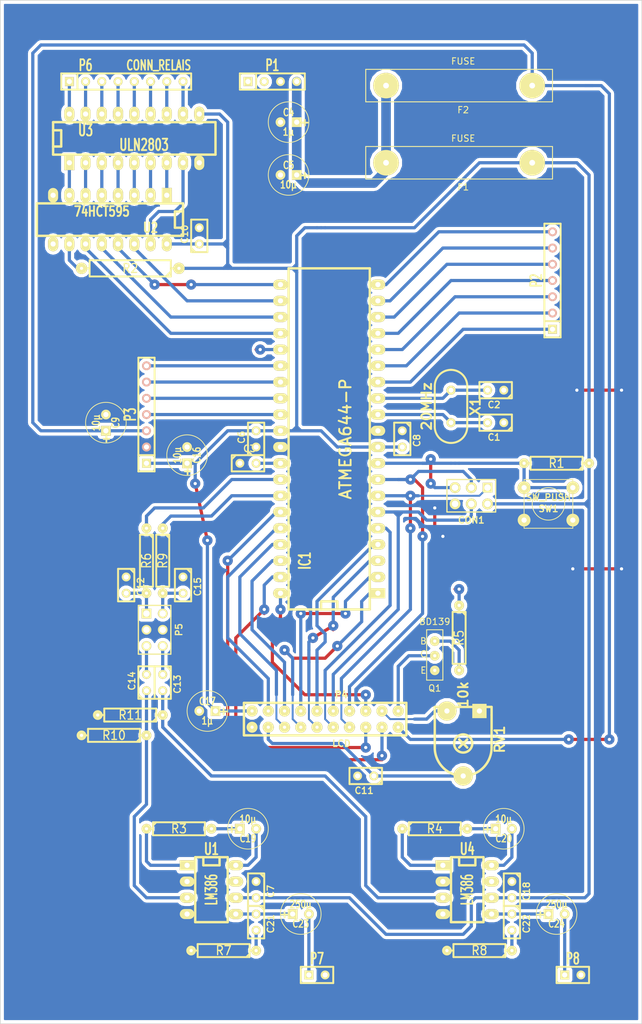
<source format=kicad_pcb>
(kicad_pcb (version 3) (host pcbnew "(2013-05-31 BZR 4019)-stable")
  (layers (15 F.Cu signal) (0 B.Cu signal) (18 B.Paste user) (19 F.Paste user) (20 B.SilkS user) (21 F.SilkS user) (22 B.Mask user) (23 F.Mask user) (28 Edge.Cuts user))
  (net 0 "")
  (net 1 +5V)
  (net 2 /5V_2)
  (net 3 /5V_INPUT)
  (net 4 /AUDIO_L)
  (net 5 /AUDIO_OUT_L)
  (net 6 /AUDIO_OUT_R)
  (net 7 /AUDIO_R)
  (net 8 /D0)
  (net 9 /D1)
  (net 10 /D2)
  (net 11 /D3)
  (net 12 /D4)
  (net 13 /D5)
  (net 14 /D6)
  (net 15 /D7)
  (net 16 /LCD_CS1)
  (net 17 /LCD_CS2)
  (net 18 /LCD_E)
  (net 19 /LCD_LIGHT)
  (net 20 /LCD_RESET)
  (net 21 /LCD_RS)
  (net 22 /LCD_RW)
  (net 23 /PS2_ATT)
  (net 24 /PS2_CLK)
  (net 25 /PS2_CMD)
  (net 26 /PS2_DATA)
  (net 27 /RESET)
  (net 28 /SR_CLK)
  (net 29 /SR_DATA)
  (net 30 /SR_LATCH)
  (net 31 /SR_OUTEN)
  (net 32 /V0)
  (net 33 /Vee)
  (net 34 /mRX)
  (net 35 /mTX)
  (net 36 /slaveCS1)
  (net 37 /slaveCS2)
  (net 38 /slaveCS3)
  (net 39 /slaveCS4)
  (net 40 /slaveCS5)
  (net 41 GND)
  (net 42 N-0000016)
  (net 43 N-0000017)
  (net 44 N-0000022)
  (net 45 N-0000023)
  (net 46 N-0000024)
  (net 47 N-0000025)
  (net 48 N-0000026)
  (net 49 N-0000027)
  (net 50 N-0000028)
  (net 51 N-0000029)
  (net 52 N-0000041)
  (net 53 N-0000042)
  (net 54 N-0000043)
  (net 55 N-0000044)
  (net 56 N-0000045)
  (net 57 N-0000046)
  (net 58 N-0000047)
  (net 59 N-0000048)
  (net 60 N-000005)
  (net 61 N-0000051)
  (net 62 N-0000052)
  (net 63 N-0000053)
  (net 64 N-0000054)
  (net 65 N-0000055)
  (net 66 N-0000056)
  (net 67 N-0000057)
  (net 68 N-0000060)
  (net 69 N-0000061)
  (net 70 N-0000062)
  (net 71 N-0000063)
  (net 72 N-0000064)
  (net 73 N-0000065)
  (net 74 N-0000066)
  (net 75 N-0000067)
  (net 76 N-0000069)
  (net 77 N-0000079)
  (net 78 N-0000080)
  (net 79 N-0000081)
  (module SIL-8 (layer F.Cu) (at 179.705 100.33)
    (fp_text reference P6 (at -6.35 -2.54) (layer F.SilkS) (effects (font (size 1.72974 1.08712) (thickness 0.3048))))
    (fp_text value CONN_RELAIS (at 5.08 -2.54) (layer F.SilkS) (effects (font (size 1.524 1.016) (thickness 0.3048))))
    (pad 1 thru_hole rect (at -8.89 0) (size 1.397 1.397) (drill 0.8128) (layers *.Cu *.Mask F.SilkS) (net 59 N-0000048))
    (pad 2 thru_hole circle (at -6.35 0) (size 1.397 1.397) (drill 0.8128) (layers *.Cu *.Mask F.SilkS) (net 58 N-0000047))
    (pad 3 thru_hole circle (at -3.81 0) (size 1.397 1.397) (drill 0.8128) (layers *.Cu *.Mask F.SilkS) (net 52 N-0000041))
    (pad 4 thru_hole circle (at -1.27 0) (size 1.397 1.397) (drill 0.8128) (layers *.Cu *.Mask F.SilkS) (net 57 N-0000046))
    (pad 5 thru_hole circle (at 1.27 0) (size 1.397 1.397) (drill 0.8128) (layers *.Cu *.Mask F.SilkS) (net 56 N-0000045))
    (pad 6 thru_hole circle (at 3.81 0) (size 1.397 1.397) (drill 0.8128) (layers *.Cu *.Mask F.SilkS) (net 55 N-0000044))
    (pad 7 thru_hole circle (at 6.35 0) (size 1.397 1.397) (drill 0.8128) (layers *.Cu *.Mask F.SilkS) (net 54 N-0000043))
    (pad 8 thru_hole circle (at 8.89 0) (size 1.397 1.397) (drill 0.8128) (layers *.Cu *.Mask F.SilkS) (net 53 N-0000042))
  )
  (module SIL-7 (layer F.Cu) (at 246.38 131.445 90)
    (fp_text reference P2 (at 0 -2.54 90) (layer F.SilkS) (effects (font (size 1.72974 1.08712) (thickness 0.3048))))
    (fp_text value "slave data" hide)
    (pad 1 thru_hole rect (at -7.62 0 90) (size 1.397 1.397) (drill 0.8128) (layers *.Cu *.Mask F.SilkS) (net 34 /mRX))
    (pad 2 thru_hole circle (at -5.08 0 90) (size 1.397 1.397) (drill 0.8128) (layers *.Cu *.SilkS *.Mask) (net 35 /mTX))
    (pad 3 thru_hole circle (at -2.54 0 90) (size 1.397 1.397) (drill 0.8128) (layers *.Cu *.SilkS *.Mask) (net 36 /slaveCS1))
    (pad 4 thru_hole circle (at 0 0 90) (size 1.397 1.397) (drill 0.8128) (layers *.Cu *.SilkS *.Mask) (net 37 /slaveCS2))
    (pad 5 thru_hole circle (at 2.54 0 90) (size 1.397 1.397) (drill 0.8128) (layers *.Cu *.SilkS *.Mask) (net 38 /slaveCS3))
    (pad 6 thru_hole circle (at 5.08 0 90) (size 1.397 1.397) (drill 0.8128) (layers *.Cu *.SilkS *.Mask) (net 39 /slaveCS4))
    (pad 7 thru_hole circle (at 7.62 0 90) (size 1.397 1.397) (drill 0.8128) (layers *.Cu *.SilkS *.Mask) (net 40 /slaveCS5))
  )
  (module SIL-4 (layer F.Cu) (at 202.565 100.33)
    (fp_text reference P1 (at 0 -2.54) (layer F.SilkS) (effects (font (size 1.73482 1.08712) (thickness 0.3048))))
    (fp_text value CONN_POWER hide)
    (pad 1 thru_hole rect (at -3.81 0) (size 1.397 1.397) (drill 0.8128) (layers *.Cu *.Mask F.SilkS))
    (pad 2 thru_hole circle (at -1.27 0) (size 1.397 1.397) (drill 0.8128) (layers *.Cu *.Mask F.SilkS))
    (pad 3 thru_hole circle (at 1.27 0) (size 1.397 1.397) (drill 0.8128) (layers *.Cu *.Mask F.SilkS) (net 41 GND))
    (pad 4 thru_hole circle (at 3.81 0) (size 1.397 1.397) (drill 0.8128) (layers *.Cu *.Mask F.SilkS) (net 3 /5V_INPUT))
  )
  (module R4 (layer F.Cu) (at 247.015 160.02 180)
    (fp_text reference R1 (at 0 0 180) (layer F.SilkS) (effects (font (size 1.397 1.27) (thickness 0.2032))))
    (fp_text value 10k hide)
    (pad 1 thru_hole circle (at -5.08 0 180) (size 1.524 1.524) (drill 0.5) (layers *.Cu *.Mask F.SilkS) (net 1 +5V))
    (pad 2 thru_hole circle (at 5.08 0 180) (size 1.524 1.524) (drill 0.5) (layers *.Cu *.Mask F.SilkS) (net 27 /RESET))
  )
  (module R4 (layer F.Cu) (at 185.42 175.26 270)
    (fp_text reference R9 (at 0 0 270) (layer F.SilkS) (effects (font (size 1.397 1.27) (thickness 0.2032))))
    (fp_text value 1k hide)
    (pad 1 thru_hole circle (at -5.08 0 270) (size 1.524 1.524) (drill 0.5) (layers *.Cu *.Mask F.SilkS) (net 5 /AUDIO_OUT_L))
    (pad 2 thru_hole circle (at 5.08 0 270) (size 1.524 1.524) (drill 0.5) (layers *.Cu *.Mask F.SilkS) (net 60 N-000005))
  )
  (module R4 (layer F.Cu) (at 182.88 175.26 270)
    (fp_text reference R6 (at 0 0 270) (layer F.SilkS) (effects (font (size 1.397 1.27) (thickness 0.2032))))
    (fp_text value 1k hide)
    (pad 1 thru_hole circle (at -5.08 0 270) (size 1.524 1.524) (drill 0.5) (layers *.Cu *.Mask F.SilkS) (net 6 /AUDIO_OUT_R))
    (pad 2 thru_hole circle (at 5.08 0 270) (size 1.524 1.524) (drill 0.5) (layers *.Cu *.Mask F.SilkS) (net 72 N-0000064))
  )
  (module pin_array_3x2 (layer F.Cu) (at 233.68 165.1 180)
    (fp_text reference CON1 (at 0 -3.81 180) (layer F.SilkS) (effects (font (size 1.016 1.016) (thickness 0.2032))))
    (fp_text value AVR-ISP-6V2 hide)
    (pad 1 thru_hole rect (at -2.54 1.27 180) (size 1.524 1.524) (drill 1.016) (layers *.Cu *.Mask F.SilkS) (net 14 /D6))
    (pad 2 thru_hole circle (at -2.54 -1.27 180) (size 1.7 1.7) (drill 1.016) (layers *.Cu *.Mask F.SilkS) (net 1 +5V))
    (pad 3 thru_hole circle (at 0 1.27 180) (size 1.7 1.7) (drill 1.016) (layers *.Cu *.Mask F.SilkS) (net 15 /D7))
    (pad 4 thru_hole circle (at 0 -1.27 180) (size 1.7 1.7) (drill 1.016) (layers *.Cu *.Mask F.SilkS) (net 13 /D5))
    (pad 5 thru_hole circle (at 2.54 1.27 180) (size 1.7 1.7) (drill 1.016) (layers *.Cu *.Mask F.SilkS) (net 27 /RESET))
    (pad 6 thru_hole circle (at 2.54 -1.27 180) (size 1.7 1.7) (drill 1.016) (layers *.Cu *.Mask F.SilkS) (net 41 GND))
  )
  (module HC-49V (layer F.Cu) (at 230.505 151.13 270)
    (fp_text reference X1 (at 0 -3.81 270) (layer F.SilkS) (effects (font (size 1.524 1.524) (thickness 0.3048))))
    (fp_text value 20MHz (at 0 3.81 270) (layer F.SilkS) (effects (font (size 1.524 1.524) (thickness 0.3048))))
    (pad 1 thru_hole circle (at -2.54 0 270) (size 1.4224 1.4224) (drill 0.762) (layers *.Cu *.Mask F.SilkS) (net 78 N-0000080))
    (pad 2 thru_hole circle (at 2.54 0 270) (size 1.4224 1.4224) (drill 0.762) (layers *.Cu *.Mask F.SilkS) (net 79 N-0000081))
  )
  (module DIP-40__600_ELL (layer F.Cu) (at 211.455 156.21 90)
    (fp_text reference IC1 (at -19.05 -3.81 90) (layer F.SilkS) (effects (font (size 1.778 1.143) (thickness 0.3048))))
    (fp_text value ATMEGA644-P (at 0 2.54 90) (layer F.SilkS) (effects (font (size 1.778 1.778) (thickness 0.3048))))
    (pad 1 thru_hole rect (at -24.13 7.62 90) (size 1.5748 2.286) (drill 0.8128) (layers *.Cu *.Mask F.SilkS) (net 8 /D0))
    (pad 2 thru_hole oval (at -21.59 7.62 90) (size 1.5748 2.286) (drill 0.8128) (layers *.Cu *.Mask F.SilkS) (net 9 /D1))
    (pad 3 thru_hole oval (at -19.05 7.62 90) (size 1.5748 2.286) (drill 0.8128) (layers *.Cu *.Mask F.SilkS) (net 10 /D2))
    (pad 4 thru_hole oval (at -16.51 7.62 90) (size 1.5748 2.286) (drill 0.8128) (layers *.Cu *.Mask F.SilkS) (net 11 /D3))
    (pad 5 thru_hole oval (at -13.97 7.62 90) (size 1.5748 2.286) (drill 0.8128) (layers *.Cu *.Mask F.SilkS) (net 12 /D4))
    (pad 6 thru_hole oval (at -11.43 7.62 90) (size 1.5748 2.286) (drill 0.8128) (layers *.Cu *.Mask F.SilkS) (net 13 /D5))
    (pad 7 thru_hole oval (at -8.89 7.62 90) (size 1.5748 2.286) (drill 0.8128) (layers *.Cu *.Mask F.SilkS) (net 14 /D6))
    (pad 8 thru_hole oval (at -6.35 7.62 90) (size 1.5748 2.286) (drill 0.8128) (layers *.Cu *.Mask F.SilkS) (net 15 /D7))
    (pad 9 thru_hole oval (at -3.81 7.62 90) (size 1.5748 2.286) (drill 0.8128) (layers *.Cu *.Mask F.SilkS) (net 27 /RESET))
    (pad 10 thru_hole oval (at -1.27 7.62 90) (size 1.5748 2.286) (drill 0.8128) (layers *.Cu *.Mask F.SilkS) (net 1 +5V))
    (pad 11 thru_hole oval (at 1.27 7.62 90) (size 1.5748 2.286) (drill 0.8128) (layers *.Cu *.Mask F.SilkS) (net 41 GND))
    (pad 12 thru_hole oval (at 3.81 7.62 90) (size 1.5748 2.286) (drill 0.8128) (layers *.Cu *.Mask F.SilkS) (net 79 N-0000081))
    (pad 13 thru_hole oval (at 6.35 7.62 90) (size 1.5748 2.286) (drill 0.8128) (layers *.Cu *.Mask F.SilkS) (net 78 N-0000080))
    (pad 14 thru_hole oval (at 8.89 7.62 90) (size 1.5748 2.286) (drill 0.8128) (layers *.Cu *.Mask F.SilkS) (net 34 /mRX))
    (pad 15 thru_hole oval (at 11.43 7.62 90) (size 1.5748 2.286) (drill 0.8128) (layers *.Cu *.Mask F.SilkS) (net 35 /mTX))
    (pad 16 thru_hole oval (at 13.97 7.62 90) (size 1.5748 2.286) (drill 0.8128) (layers *.Cu *.Mask F.SilkS) (net 36 /slaveCS1))
    (pad 17 thru_hole oval (at 16.51 7.62 90) (size 1.5748 2.286) (drill 0.8128) (layers *.Cu *.Mask F.SilkS) (net 37 /slaveCS2))
    (pad 18 thru_hole oval (at 19.05 7.62 90) (size 1.5748 2.286) (drill 0.8128) (layers *.Cu *.Mask F.SilkS) (net 38 /slaveCS3))
    (pad 19 thru_hole oval (at 21.59 7.62 90) (size 1.5748 2.286) (drill 0.8128) (layers *.Cu *.Mask F.SilkS) (net 39 /slaveCS4))
    (pad 20 thru_hole oval (at 24.13 7.62 90) (size 1.5748 2.286) (drill 0.8128) (layers *.Cu *.Mask F.SilkS) (net 40 /slaveCS5))
    (pad 21 thru_hole oval (at 24.13 -7.62 90) (size 1.5748 2.286) (drill 0.8128) (layers *.Cu *.Mask F.SilkS) (net 31 /SR_OUTEN))
    (pad 22 thru_hole oval (at 21.59 -7.62 90) (size 1.5748 2.286) (drill 0.8128) (layers *.Cu *.Mask F.SilkS) (net 29 /SR_DATA))
    (pad 23 thru_hole oval (at 19.05 -7.62 90) (size 1.5748 2.286) (drill 0.8128) (layers *.Cu *.Mask F.SilkS) (net 30 /SR_LATCH))
    (pad 24 thru_hole oval (at 16.51 -7.62 90) (size 1.5748 2.286) (drill 0.8128) (layers *.Cu *.Mask F.SilkS) (net 28 /SR_CLK))
    (pad 25 thru_hole oval (at 13.97 -7.62 90) (size 1.5748 2.286) (drill 0.8128) (layers *.Cu *.Mask F.SilkS) (net 19 /LCD_LIGHT))
    (pad 26 thru_hole oval (at 11.43 -7.62 90) (size 1.5748 2.286) (drill 0.8128) (layers *.Cu *.Mask F.SilkS) (net 23 /PS2_ATT))
    (pad 27 thru_hole oval (at 8.89 -7.62 90) (size 1.5748 2.286) (drill 0.8128) (layers *.Cu *.Mask F.SilkS) (net 25 /PS2_CMD))
    (pad 28 thru_hole oval (at 6.35 -7.62 90) (size 1.5748 2.286) (drill 0.8128) (layers *.Cu *.Mask F.SilkS) (net 26 /PS2_DATA))
    (pad 29 thru_hole oval (at 3.81 -7.62 90) (size 1.5748 2.286) (drill 0.8128) (layers *.Cu *.Mask F.SilkS) (net 24 /PS2_CLK))
    (pad 30 thru_hole oval (at 1.27 -7.62 90) (size 1.5748 2.286) (drill 0.8128) (layers *.Cu *.Mask F.SilkS) (net 1 +5V))
    (pad 31 thru_hole oval (at -1.27 -7.62 90) (size 1.5748 2.286) (drill 0.8128) (layers *.Cu *.Mask F.SilkS) (net 41 GND))
    (pad 32 thru_hole oval (at -3.81 -7.62 90) (size 1.5748 2.286) (drill 0.8128) (layers *.Cu *.Mask F.SilkS) (net 77 N-0000079))
    (pad 33 thru_hole oval (at -6.35 -7.62 90) (size 1.5748 2.286) (drill 0.8128) (layers *.Cu *.Mask F.SilkS) (net 6 /AUDIO_OUT_R))
    (pad 34 thru_hole oval (at -8.89 -7.62 90) (size 1.5748 2.286) (drill 0.8128) (layers *.Cu *.Mask F.SilkS) (net 5 /AUDIO_OUT_L))
    (pad 35 thru_hole oval (at -11.43 -7.62 90) (size 1.5748 2.286) (drill 0.8128) (layers *.Cu *.Mask F.SilkS) (net 20 /LCD_RESET))
    (pad 36 thru_hole oval (at -13.97 -7.62 90) (size 1.5748 2.286) (drill 0.8128) (layers *.Cu *.Mask F.SilkS) (net 21 /LCD_RS))
    (pad 37 thru_hole oval (at -16.51 -7.62 90) (size 1.5748 2.286) (drill 0.8128) (layers *.Cu *.Mask F.SilkS) (net 22 /LCD_RW))
    (pad 38 thru_hole oval (at -19.05 -7.62 90) (size 1.5748 2.286) (drill 0.8128) (layers *.Cu *.Mask F.SilkS) (net 18 /LCD_E))
    (pad 39 thru_hole oval (at -21.59 -7.62 90) (size 1.5748 2.286) (drill 0.8128) (layers *.Cu *.Mask F.SilkS) (net 16 /LCD_CS1))
    (pad 40 thru_hole oval (at -24.13 -7.62 90) (size 1.5748 2.286) (drill 0.8128) (layers *.Cu *.Mask F.SilkS) (net 17 /LCD_CS2))
  )
  (module DIP-18__300_ELL (layer F.Cu) (at 180.975 109.22)
    (fp_text reference U3 (at -7.62 -1.27) (layer F.SilkS) (effects (font (size 1.778 1.143) (thickness 0.3048))))
    (fp_text value ULN2803 (at 1.524 1.016) (layer F.SilkS) (effects (font (size 1.778 1.143) (thickness 0.3048))))
    (pad 1 thru_hole rect (at -10.16 3.81) (size 1.5748 2.286) (drill 0.8128) (layers *.Cu *.Mask F.SilkS) (net 45 N-0000023))
    (pad 2 thru_hole oval (at -7.62 3.81) (size 1.5748 2.286) (drill 0.8128) (layers *.Cu *.Mask F.SilkS) (net 46 N-0000024))
    (pad 3 thru_hole oval (at -5.08 3.81) (size 1.5748 2.286) (drill 0.8128) (layers *.Cu *.Mask F.SilkS) (net 47 N-0000025))
    (pad 4 thru_hole oval (at -2.54 3.81) (size 1.5748 2.286) (drill 0.8128) (layers *.Cu *.Mask F.SilkS) (net 43 N-0000017))
    (pad 5 thru_hole oval (at 0 3.81) (size 1.5748 2.286) (drill 0.8128) (layers *.Cu *.Mask F.SilkS) (net 48 N-0000026))
    (pad 6 thru_hole oval (at 2.54 3.81) (size 1.5748 2.286) (drill 0.8128) (layers *.Cu *.Mask F.SilkS) (net 49 N-0000027))
    (pad 7 thru_hole oval (at 5.08 3.81) (size 1.5748 2.286) (drill 0.8128) (layers *.Cu *.Mask F.SilkS) (net 50 N-0000028))
    (pad 8 thru_hole oval (at 7.62 3.81) (size 1.5748 2.286) (drill 0.8128) (layers *.Cu *.Mask F.SilkS) (net 51 N-0000029))
    (pad 9 thru_hole oval (at 10.16 3.81) (size 1.5748 2.286) (drill 0.8128) (layers *.Cu *.Mask F.SilkS) (net 41 GND))
    (pad 10 thru_hole oval (at 10.16 -3.81) (size 1.5748 2.286) (drill 0.8128) (layers *.Cu *.Mask F.SilkS) (net 1 +5V))
    (pad 11 thru_hole oval (at 7.62 -3.81) (size 1.5748 2.286) (drill 0.8128) (layers *.Cu *.Mask F.SilkS) (net 53 N-0000042))
    (pad 12 thru_hole oval (at 5.08 -3.81) (size 1.5748 2.286) (drill 0.8128) (layers *.Cu *.Mask F.SilkS) (net 54 N-0000043))
    (pad 13 thru_hole oval (at 2.54 -3.81) (size 1.5748 2.286) (drill 0.8128) (layers *.Cu *.Mask F.SilkS) (net 55 N-0000044))
    (pad 14 thru_hole oval (at 0 -3.81) (size 1.5748 2.286) (drill 0.8128) (layers *.Cu *.Mask F.SilkS) (net 56 N-0000045))
    (pad 15 thru_hole oval (at -2.54 -3.81) (size 1.5748 2.286) (drill 0.8128) (layers *.Cu *.Mask F.SilkS) (net 57 N-0000046))
    (pad 16 thru_hole oval (at -5.08 -3.81) (size 1.5748 2.286) (drill 0.8128) (layers *.Cu *.Mask F.SilkS) (net 52 N-0000041))
    (pad 17 thru_hole oval (at -7.62 -3.81) (size 1.5748 2.286) (drill 0.8128) (layers *.Cu *.Mask F.SilkS) (net 58 N-0000047))
    (pad 18 thru_hole oval (at -10.16 -3.81) (size 1.5748 2.286) (drill 0.8128) (layers *.Cu *.Mask F.SilkS) (net 59 N-0000048))
  )
  (module DIP-16__300_ELL (layer F.Cu) (at 177.165 121.92 180)
    (fp_text reference U2 (at -6.35 -1.27 180) (layer F.SilkS) (effects (font (size 1.524 1.143) (thickness 0.3048))))
    (fp_text value 74HCT595 (at 1.27 1.27 180) (layer F.SilkS) (effects (font (size 1.524 1.143) (thickness 0.3048))))
    (pad 1 thru_hole rect (at -8.89 3.81 180) (size 1.5748 2.286) (drill 0.8128) (layers *.Cu *.Mask F.SilkS) (net 50 N-0000028))
    (pad 2 thru_hole oval (at -6.35 3.81 180) (size 1.5748 2.286) (drill 0.8128) (layers *.Cu *.Mask F.SilkS) (net 49 N-0000027))
    (pad 3 thru_hole oval (at -3.81 3.81 180) (size 1.5748 2.286) (drill 0.8128) (layers *.Cu *.Mask F.SilkS) (net 48 N-0000026))
    (pad 4 thru_hole oval (at -1.27 3.81 180) (size 1.5748 2.286) (drill 0.8128) (layers *.Cu *.Mask F.SilkS) (net 43 N-0000017))
    (pad 5 thru_hole oval (at 1.27 3.81 180) (size 1.5748 2.286) (drill 0.8128) (layers *.Cu *.Mask F.SilkS) (net 47 N-0000025))
    (pad 6 thru_hole oval (at 3.81 3.81 180) (size 1.5748 2.286) (drill 0.8128) (layers *.Cu *.Mask F.SilkS) (net 46 N-0000024))
    (pad 7 thru_hole oval (at 6.35 3.81 180) (size 1.5748 2.286) (drill 0.8128) (layers *.Cu *.Mask F.SilkS) (net 45 N-0000023))
    (pad 8 thru_hole oval (at 8.89 3.81 180) (size 1.5748 2.286) (drill 0.8128) (layers *.Cu *.Mask F.SilkS) (net 41 GND))
    (pad 9 thru_hole oval (at 8.89 -3.81 180) (size 1.5748 2.286) (drill 0.8128) (layers *.Cu *.Mask F.SilkS))
    (pad 10 thru_hole oval (at 6.35 -3.81 180) (size 1.5748 2.286) (drill 0.8128) (layers *.Cu *.Mask F.SilkS) (net 44 N-0000022))
    (pad 11 thru_hole oval (at 3.81 -3.81 180) (size 1.5748 2.286) (drill 0.8128) (layers *.Cu *.Mask F.SilkS) (net 28 /SR_CLK))
    (pad 12 thru_hole oval (at 1.27 -3.81 180) (size 1.5748 2.286) (drill 0.8128) (layers *.Cu *.Mask F.SilkS) (net 30 /SR_LATCH))
    (pad 13 thru_hole oval (at -1.27 -3.81 180) (size 1.5748 2.286) (drill 0.8128) (layers *.Cu *.Mask F.SilkS) (net 31 /SR_OUTEN))
    (pad 14 thru_hole oval (at -3.81 -3.81 180) (size 1.5748 2.286) (drill 0.8128) (layers *.Cu *.Mask F.SilkS) (net 29 /SR_DATA))
    (pad 15 thru_hole oval (at -6.35 -3.81 180) (size 1.5748 2.286) (drill 0.8128) (layers *.Cu *.Mask F.SilkS) (net 51 N-0000029))
    (pad 16 thru_hole oval (at -8.89 -3.81 180) (size 1.5748 2.286) (drill 0.8128) (layers *.Cu *.Mask F.SilkS) (net 1 +5V))
  )
  (module C1 (layer F.Cu) (at 200.025 156.21 90)
    (fp_text reference C6 (at 0.254 -2.286 90) (layer F.SilkS) (effects (font (size 1.016 1.016) (thickness 0.2032))))
    (fp_text value 100n hide)
    (pad 1 thru_hole circle (at -1.27 0 90) (size 1.397 1.397) (drill 0.8128) (layers *.Cu *.Mask F.SilkS) (net 41 GND))
    (pad 2 thru_hole circle (at 1.27 0 90) (size 1.397 1.397) (drill 0.8128) (layers *.Cu *.Mask F.SilkS) (net 1 +5V))
  )
  (module C1 (layer F.Cu) (at 222.885 156.21 270)
    (fp_text reference C8 (at 0.254 -2.286 270) (layer F.SilkS) (effects (font (size 1.016 1.016) (thickness 0.2032))))
    (fp_text value 100n hide)
    (pad 1 thru_hole circle (at -1.27 0 270) (size 1.397 1.397) (drill 0.8128) (layers *.Cu *.Mask F.SilkS) (net 41 GND))
    (pad 2 thru_hole circle (at 1.27 0 270) (size 1.397 1.397) (drill 0.8128) (layers *.Cu *.Mask F.SilkS) (net 1 +5V))
  )
  (module C1 (layer F.Cu) (at 198.755 160.02)
    (fp_text reference C3 (at 0.254 -2.286) (layer F.SilkS) (effects (font (size 1.016 1.016) (thickness 0.2032))))
    (fp_text value 100n hide)
    (pad 1 thru_hole circle (at -1.27 0) (size 1.397 1.397) (drill 0.8128) (layers *.Cu *.Mask F.SilkS) (net 41 GND))
    (pad 2 thru_hole circle (at 1.27 0) (size 1.397 1.397) (drill 0.8128) (layers *.Cu *.Mask F.SilkS) (net 77 N-0000079))
  )
  (module C1 (layer F.Cu) (at 191.135 124.46 90)
    (fp_text reference C10 (at 0.254 -2.286 90) (layer F.SilkS) (effects (font (size 1.016 1.016) (thickness 0.2032))))
    (fp_text value 100n hide)
    (pad 1 thru_hole circle (at -1.27 0 90) (size 1.397 1.397) (drill 0.8128) (layers *.Cu *.Mask F.SilkS) (net 1 +5V))
    (pad 2 thru_hole circle (at 1.27 0 90) (size 1.397 1.397) (drill 0.8128) (layers *.Cu *.Mask F.SilkS) (net 41 GND))
  )
  (module C1 (layer F.Cu) (at 217.17 208.915 180)
    (fp_text reference C11 (at 0.254 -2.286 180) (layer F.SilkS) (effects (font (size 1.016 1.016) (thickness 0.2032))))
    (fp_text value 100n hide)
    (pad 1 thru_hole circle (at -1.27 0 180) (size 1.397 1.397) (drill 0.8128) (layers *.Cu *.Mask F.SilkS) (net 32 /V0))
    (pad 2 thru_hole circle (at 1.27 0 180) (size 1.397 1.397) (drill 0.8128) (layers *.Cu *.Mask F.SilkS) (net 41 GND))
  )
  (module C1 (layer F.Cu) (at 237.49 153.67 180)
    (fp_text reference C1 (at 0.254 -2.286 180) (layer F.SilkS) (effects (font (size 1.016 1.016) (thickness 0.2032))))
    (fp_text value 22p hide)
    (pad 1 thru_hole circle (at -1.27 0 180) (size 1.397 1.397) (drill 0.8128) (layers *.Cu *.Mask F.SilkS) (net 41 GND))
    (pad 2 thru_hole circle (at 1.27 0 180) (size 1.397 1.397) (drill 0.8128) (layers *.Cu *.Mask F.SilkS) (net 79 N-0000081))
  )
  (module C1 (layer F.Cu) (at 237.49 148.59 180)
    (fp_text reference C2 (at 0.254 -2.286 180) (layer F.SilkS) (effects (font (size 1.016 1.016) (thickness 0.2032))))
    (fp_text value 22p hide)
    (pad 1 thru_hole circle (at -1.27 0 180) (size 1.397 1.397) (drill 0.8128) (layers *.Cu *.Mask F.SilkS) (net 41 GND))
    (pad 2 thru_hole circle (at 1.27 0 180) (size 1.397 1.397) (drill 0.8128) (layers *.Cu *.Mask F.SilkS) (net 78 N-0000080))
  )
  (module C1 (layer F.Cu) (at 188.595 179.07 270)
    (fp_text reference C15 (at 0.254 -2.286 270) (layer F.SilkS) (effects (font (size 1.016 1.016) (thickness 0.2032))))
    (fp_text value 10n hide)
    (pad 1 thru_hole circle (at -1.27 0 270) (size 1.397 1.397) (drill 0.8128) (layers *.Cu *.Mask F.SilkS) (net 41 GND))
    (pad 2 thru_hole circle (at 1.27 0 270) (size 1.397 1.397) (drill 0.8128) (layers *.Cu *.Mask F.SilkS) (net 60 N-000005))
  )
  (module C1 (layer F.Cu) (at 182.88 194.31 90)
    (fp_text reference C14 (at 0.254 -2.286 90) (layer F.SilkS) (effects (font (size 1.016 1.016) (thickness 0.2032))))
    (fp_text value 220n hide)
    (pad 1 thru_hole circle (at -1.27 0 90) (size 1.397 1.397) (drill 0.8128) (layers *.Cu *.Mask F.SilkS) (net 68 N-0000060))
    (pad 2 thru_hole circle (at 1.27 0 90) (size 1.397 1.397) (drill 0.8128) (layers *.Cu *.Mask F.SilkS) (net 7 /AUDIO_R))
  )
  (module C1 (layer F.Cu) (at 185.42 194.31 270)
    (fp_text reference C13 (at 0.254 -2.286 270) (layer F.SilkS) (effects (font (size 1.016 1.016) (thickness 0.2032))))
    (fp_text value 220n hide)
    (pad 1 thru_hole circle (at -1.27 0 270) (size 1.397 1.397) (drill 0.8128) (layers *.Cu *.Mask F.SilkS) (net 4 /AUDIO_L))
    (pad 2 thru_hole circle (at 1.27 0 270) (size 1.397 1.397) (drill 0.8128) (layers *.Cu *.Mask F.SilkS) (net 71 N-0000063))
  )
  (module C1 (layer F.Cu) (at 179.705 179.07 270)
    (fp_text reference C12 (at 0.254 -2.286 270) (layer F.SilkS) (effects (font (size 1.016 1.016) (thickness 0.2032))))
    (fp_text value 10n hide)
    (pad 1 thru_hole circle (at -1.27 0 270) (size 1.397 1.397) (drill 0.8128) (layers *.Cu *.Mask F.SilkS) (net 41 GND))
    (pad 2 thru_hole circle (at 1.27 0 270) (size 1.397 1.397) (drill 0.8128) (layers *.Cu *.Mask F.SilkS) (net 72 N-0000064))
  )
  (module pin_array_10x2 (layer F.Cu) (at 213.36 200.025)
    (fp_text reference P4 (at 0 -3.81) (layer F.SilkS) (effects (font (size 1.016 1.016) (thickness 0.254))))
    (fp_text value LCD (at 0 3.81) (layer F.SilkS) (effects (font (size 1.016 1.016) (thickness 0.2032))))
    (pad 1 thru_hole circle (at -13.97 1.27) (size 1.724 1.724) (drill 0.5) (layers *.Cu *.Mask F.SilkS) (net 41 GND))
    (pad 2 thru_hole circle (at -13.97 -1.27) (size 1.724 1.724) (drill 0.5) (layers *.Cu *.Mask F.SilkS) (net 1 +5V))
    (pad 3 thru_hole circle (at -11.43 1.27) (size 1.724 1.724) (drill 0.5) (layers *.Cu *.Mask F.SilkS) (net 32 /V0))
    (pad 4 thru_hole circle (at -11.43 -1.27) (size 1.724 1.724) (drill 0.5) (layers *.Cu *.Mask F.SilkS) (net 21 /LCD_RS))
    (pad 5 thru_hole circle (at -8.89 1.27) (size 1.724 1.724) (drill 0.5) (layers *.Cu *.Mask F.SilkS) (net 22 /LCD_RW))
    (pad 6 thru_hole circle (at -8.89 -1.27) (size 1.724 1.724) (drill 0.5) (layers *.Cu *.Mask F.SilkS) (net 18 /LCD_E))
    (pad 7 thru_hole circle (at -6.35 1.27) (size 1.724 1.724) (drill 0.5) (layers *.Cu *.Mask F.SilkS) (net 8 /D0))
    (pad 8 thru_hole circle (at -6.35 -1.27) (size 1.724 1.724) (drill 0.5) (layers *.Cu *.Mask F.SilkS) (net 9 /D1))
    (pad 9 thru_hole circle (at -3.81 1.27) (size 1.724 1.724) (drill 0.5) (layers *.Cu *.Mask F.SilkS) (net 10 /D2))
    (pad 10 thru_hole circle (at -3.81 -1.27) (size 1.724 1.724) (drill 0.5) (layers *.Cu *.Mask F.SilkS) (net 11 /D3))
    (pad 11 thru_hole circle (at -1.27 1.27) (size 1.724 1.724) (drill 0.5) (layers *.Cu *.Mask F.SilkS) (net 12 /D4))
    (pad 12 thru_hole circle (at -1.27 -1.27) (size 1.724 1.724) (drill 0.5) (layers *.Cu *.Mask F.SilkS) (net 13 /D5))
    (pad 13 thru_hole circle (at 1.27 1.27) (size 1.724 1.724) (drill 0.5) (layers *.Cu *.Mask F.SilkS) (net 14 /D6))
    (pad 14 thru_hole circle (at 1.27 -1.27) (size 1.724 1.724) (drill 0.5) (layers *.Cu *.Mask F.SilkS) (net 15 /D7))
    (pad 15 thru_hole circle (at 3.81 1.27) (size 1.724 1.724) (drill 0.5) (layers *.Cu *.Mask F.SilkS) (net 16 /LCD_CS1))
    (pad 16 thru_hole circle (at 3.81 -1.27) (size 1.724 1.724) (drill 0.5) (layers *.Cu *.Mask F.SilkS) (net 17 /LCD_CS2))
    (pad 17 thru_hole circle (at 6.35 1.27) (size 1.724 1.724) (drill 0.5) (layers *.Cu *.Mask F.SilkS) (net 20 /LCD_RESET))
    (pad 18 thru_hole circle (at 6.35 -1.27) (size 1.724 1.724) (drill 0.5) (layers *.Cu *.Mask F.SilkS) (net 33 /Vee))
    (pad 19 thru_hole circle (at 8.89 1.27) (size 1.724 1.724) (drill 0.5) (layers *.Cu *.Mask F.SilkS) (net 2 /5V_2))
    (pad 20 thru_hole circle (at 8.89 -1.27) (size 1.724 1.724) (drill 0.5) (layers *.Cu *.Mask F.SilkS) (net 42 N-0000016))
  )
  (module BD139 (layer F.Cu) (at 227.965 189.865 180)
    (fp_text reference Q1 (at 0 -5.334 180) (layer F.SilkS))
    (fp_text value BD139 (at 0 5.08 180) (layer F.SilkS))
    (fp_text user B (at 1.778 2.032 180) (layer F.SilkS))
    (fp_text user C (at 1.778 0 180) (layer F.SilkS))
    (fp_text user E (at 1.778 -2.54 180) (layer F.SilkS))
    (pad 1 thru_hole circle (at 0 -2.54 180) (size 1.5 1.5) (drill 0.5) (layers *.Cu *.Mask F.SilkS) (net 41 GND))
    (pad 2 thru_hole circle (at 0 -0.254 180) (size 1.5 1.5) (drill 0.5) (layers *.Cu *.Mask F.SilkS) (net 42 N-0000016))
    (pad 3 thru_hole circle (at 0 2.032 180) (size 1.5 1.5) (drill 0.5) (layers *.Cu *.Mask F.SilkS) (net 76 N-0000069))
  )
  (module C1V7 (layer F.Cu) (at 192.405 198.755 180)
    (fp_text reference C17 (at 0 1.524 180) (layer F.SilkS) (effects (font (size 1.143 0.889) (thickness 0.2032))))
    (fp_text value 1µ (at 0 -1.524 180) (layer F.SilkS) (effects (font (size 1.143 0.889) (thickness 0.2032))))
    (fp_text user + (at -2.54 0 180) (layer F.SilkS) (effects (font (size 1.143 1.143) (thickness 0.3048))))
    (pad 1 thru_hole rect (at -1.27 0 180) (size 1.524 1.524) (drill 0.8128) (layers *.Cu *.Mask F.SilkS) (net 1 +5V))
    (pad 2 thru_hole circle (at 1.27 0 180) (size 1.524 1.524) (drill 0.8128) (layers *.Cu *.Mask F.SilkS) (net 41 GND))
  )
  (module POAOH (layer F.Cu) (at 232.41 203.835 270)
    (fp_text reference RV1 (at -0.635 -5.715 270) (layer F.SilkS) (effects (font (size 1.524 1.524) (thickness 0.3048))))
    (fp_text value 10k (at -7.62 0 270) (layer F.SilkS) (effects (font (size 1.524 1.524) (thickness 0.3048))))
    (pad 2 thru_hole circle (at 5.08 0 270) (size 3 3) (drill 0.8128) (layers *.Cu *.Mask F.SilkS) (net 32 /V0))
    (pad 1 thru_hole rect (at -5.08 -2.54 270) (size 2.24028 2.24028) (drill 0.8128) (layers *.Cu *.Mask F.SilkS) (net 41 GND))
    (pad 3 thru_hole circle (at -5.08 2.54 270) (size 3 3) (drill 0.8128) (layers *.Cu *.Mask F.SilkS) (net 33 /Vee))
  )
  (module C1V7 (layer F.Cu) (at 205.105 106.68 180)
    (fp_text reference C4 (at 0 1.524 180) (layer F.SilkS) (effects (font (size 1.143 0.889) (thickness 0.2032))))
    (fp_text value 1µ (at 0 -1.524 180) (layer F.SilkS) (effects (font (size 1.143 0.889) (thickness 0.2032))))
    (fp_text user + (at -2.54 0 180) (layer F.SilkS) (effects (font (size 1.143 1.143) (thickness 0.3048))))
    (pad 1 thru_hole rect (at -1.27 0 180) (size 1.524 1.524) (drill 0.8128) (layers *.Cu *.Mask F.SilkS) (net 3 /5V_INPUT))
    (pad 2 thru_hole circle (at 1.27 0 180) (size 1.524 1.524) (drill 0.8128) (layers *.Cu *.Mask F.SilkS) (net 41 GND))
  )
  (module C1V7 (layer F.Cu) (at 205.105 114.935 180)
    (fp_text reference C5 (at 0 1.524 180) (layer F.SilkS) (effects (font (size 1.143 0.889) (thickness 0.2032))))
    (fp_text value 10µ (at 0 -1.524 180) (layer F.SilkS) (effects (font (size 1.143 0.889) (thickness 0.2032))))
    (fp_text user + (at -2.54 0 180) (layer F.SilkS) (effects (font (size 1.143 1.143) (thickness 0.3048))))
    (pad 1 thru_hole rect (at -1.27 0 180) (size 1.524 1.524) (drill 0.8128) (layers *.Cu *.Mask F.SilkS) (net 3 /5V_INPUT))
    (pad 2 thru_hole circle (at 1.27 0 180) (size 1.524 1.524) (drill 0.8128) (layers *.Cu *.Mask F.SilkS) (net 41 GND))
  )
  (module C1V7 (layer F.Cu) (at 176.53 153.67 90)
    (fp_text reference C9 (at 0 1.524 90) (layer F.SilkS) (effects (font (size 1.143 0.889) (thickness 0.2032))))
    (fp_text value 10µ (at 0 -1.524 90) (layer F.SilkS) (effects (font (size 1.143 0.889) (thickness 0.2032))))
    (fp_text user + (at -2.54 0 90) (layer F.SilkS) (effects (font (size 1.143 1.143) (thickness 0.3048))))
    (pad 1 thru_hole rect (at -1.27 0 90) (size 1.524 1.524) (drill 0.8128) (layers *.Cu *.Mask F.SilkS) (net 2 /5V_2))
    (pad 2 thru_hole circle (at 1.27 0 90) (size 1.524 1.524) (drill 0.8128) (layers *.Cu *.Mask F.SilkS) (net 41 GND))
  )
  (module C1V7 (layer F.Cu) (at 189.23 158.75 90)
    (fp_text reference C16 (at 0 1.524 90) (layer F.SilkS) (effects (font (size 1.143 0.889) (thickness 0.2032))))
    (fp_text value 10µ (at 0 -1.524 90) (layer F.SilkS) (effects (font (size 1.143 0.889) (thickness 0.2032))))
    (fp_text user + (at -2.54 0 90) (layer F.SilkS) (effects (font (size 1.143 1.143) (thickness 0.3048))))
    (pad 1 thru_hole rect (at -1.27 0 90) (size 1.524 1.524) (drill 0.8128) (layers *.Cu *.Mask F.SilkS) (net 1 +5V))
    (pad 2 thru_hole circle (at 1.27 0 90) (size 1.524 1.524) (drill 0.8128) (layers *.Cu *.Mask F.SilkS) (net 41 GND))
  )
  (module SIL-7 (layer F.Cu) (at 182.88 152.4 90)
    (fp_text reference P3 (at 0 -2.54 90) (layer F.SilkS) (effects (font (size 1.72974 1.08712) (thickness 0.3048))))
    (fp_text value "PS2 Controller" hide)
    (pad 1 thru_hole rect (at -7.62 0 90) (size 1.397 1.397) (drill 0.8128) (layers *.Cu *.Mask F.SilkS) (net 1 +5V))
    (pad 2 thru_hole circle (at -5.08 0 90) (size 1.397 1.397) (drill 0.8128) (layers *.Cu *.SilkS *.Mask) (net 41 GND))
    (pad 3 thru_hole circle (at -2.54 0 90) (size 1.397 1.397) (drill 0.8128) (layers *.Cu *.SilkS *.Mask) (net 2 /5V_2))
    (pad 4 thru_hole circle (at 0 0 90) (size 1.397 1.397) (drill 0.8128) (layers *.Cu *.SilkS *.Mask) (net 24 /PS2_CLK))
    (pad 5 thru_hole circle (at 2.54 0 90) (size 1.397 1.397) (drill 0.8128) (layers *.Cu *.SilkS *.Mask) (net 26 /PS2_DATA))
    (pad 6 thru_hole circle (at 5.08 0 90) (size 1.397 1.397) (drill 0.8128) (layers *.Cu *.SilkS *.Mask) (net 25 /PS2_CMD))
    (pad 7 thru_hole circle (at 7.62 0 90) (size 1.397 1.397) (drill 0.8128) (layers *.Cu *.SilkS *.Mask) (net 23 /PS2_ATT))
  )
  (module reichelt_fuse (layer F.Cu) (at 232.41 113.03 180)
    (fp_text reference F1 (at 0 -3.81 180) (layer F.SilkS))
    (fp_text value FUSE (at 0 3.81 180) (layer F.SilkS))
    (pad 1 thru_hole circle (at -10.795 0 180) (size 4 4) (drill 0.9) (layers *.Cu *.Mask F.SilkS) (net 1 +5V))
    (pad 2 thru_hole circle (at 12.065 0 180) (size 4 4) (drill 0.9) (layers *.Cu *.Mask F.SilkS) (net 3 /5V_INPUT))
  )
  (module SW_PUSH_SMALL (layer F.Cu) (at 245.745 166.37 180)
    (fp_text reference SW1 (at 0 -0.762 180) (layer F.SilkS) (effects (font (size 1.016 1.016) (thickness 0.2032))))
    (fp_text value SW_PUSH (at 0 1.016 180) (layer F.SilkS) (effects (font (size 1.016 1.016) (thickness 0.2032))))
    (pad 1 thru_hole circle (at 3.81 -2.54 180) (size 2 2) (drill 0.8128) (layers *.Cu *.Mask F.SilkS) (net 41 GND))
    (pad 2 thru_hole circle (at 3.81 2.54 180) (size 2 2) (drill 0.8128) (layers *.Cu *.Mask F.SilkS) (net 27 /RESET))
    (pad 1 thru_hole circle (at -3.81 -2.54 180) (size 2 2) (drill 0.8128) (layers *.Cu *.Mask F.SilkS) (net 41 GND))
    (pad 2 thru_hole circle (at -3.81 2.54 180) (size 2 2) (drill 0.8128) (layers *.Cu *.Mask F.SilkS) (net 27 /RESET))
  )
  (module reichelt_fuse (layer F.Cu) (at 232.41 100.965 180)
    (fp_text reference F2 (at 0 -3.81 180) (layer F.SilkS))
    (fp_text value FUSE (at 0 3.81 180) (layer F.SilkS))
    (pad 1 thru_hole circle (at -10.795 0 180) (size 4 4) (drill 0.9) (layers *.Cu *.Mask F.SilkS) (net 2 /5V_2))
    (pad 2 thru_hole circle (at 12.065 0 180) (size 4 4) (drill 0.9) (layers *.Cu *.Mask F.SilkS) (net 3 /5V_INPUT))
  )
  (module R4 (layer F.Cu) (at 231.775 187.325 270)
    (fp_text reference R5 (at 0 0 270) (layer F.SilkS) (effects (font (size 1.397 1.27) (thickness 0.2032))))
    (fp_text value 1k hide)
    (pad 1 thru_hole circle (at -5.08 0 270) (size 1.524 1.524) (drill 0.5) (layers *.Cu *.Mask F.SilkS) (net 19 /LCD_LIGHT))
    (pad 2 thru_hole circle (at 5.08 0 270) (size 1.524 1.524) (drill 0.5) (layers *.Cu *.Mask F.SilkS) (net 76 N-0000069))
  )
  (module SIL-2 (layer F.Cu) (at 249.555 240.03)
    (fp_text reference P8 (at 0 -2.54) (layer F.SilkS) (effects (font (size 1.72974 1.08712) (thickness 0.3048))))
    (fp_text value "Speaker Links" hide)
    (pad 1 thru_hole rect (at -1.27 0) (size 1.397 1.397) (drill 0.8128) (layers *.Cu *.Mask F.SilkS) (net 74 N-0000066))
    (pad 2 thru_hole circle (at 1.27 0) (size 1.397 1.397) (drill 0.8128) (layers *.Cu *.Mask F.SilkS) (net 41 GND))
  )
  (module R4 (layer F.Cu) (at 234.95 236.22 180)
    (fp_text reference R8 (at 0 0 180) (layer F.SilkS) (effects (font (size 1.397 1.27) (thickness 0.2032))))
    (fp_text value 10 hide)
    (pad 1 thru_hole circle (at -5.08 0 180) (size 1.524 1.524) (drill 0.5) (layers *.Cu *.Mask F.SilkS) (net 73 N-0000065))
    (pad 2 thru_hole circle (at 5.08 0 180) (size 1.524 1.524) (drill 0.5) (layers *.Cu *.Mask F.SilkS) (net 41 GND))
  )
  (module R4 (layer F.Cu) (at 227.965 217.17)
    (fp_text reference R4 (at 0 0) (layer F.SilkS) (effects (font (size 1.397 1.27) (thickness 0.2032))))
    (fp_text value 1,2k hide)
    (pad 1 thru_hole circle (at -5.08 0) (size 1.524 1.524) (drill 0.5) (layers *.Cu *.Mask F.SilkS) (net 65 N-0000055))
    (pad 2 thru_hole circle (at 5.08 0) (size 1.524 1.524) (drill 0.5) (layers *.Cu *.Mask F.SilkS) (net 64 N-0000054))
  )
  (module R4 (layer F.Cu) (at 194.945 236.22 180)
    (fp_text reference R7 (at 0 0 180) (layer F.SilkS) (effects (font (size 1.397 1.27) (thickness 0.2032))))
    (fp_text value 10 hide)
    (pad 1 thru_hole circle (at -5.08 0 180) (size 1.524 1.524) (drill 0.5) (layers *.Cu *.Mask F.SilkS) (net 62 N-0000052))
    (pad 2 thru_hole circle (at 5.08 0 180) (size 1.524 1.524) (drill 0.5) (layers *.Cu *.Mask F.SilkS) (net 41 GND))
  )
  (module R4 (layer F.Cu) (at 187.96 217.17)
    (fp_text reference R3 (at 0 0) (layer F.SilkS) (effects (font (size 1.397 1.27) (thickness 0.2032))))
    (fp_text value 1,2k hide)
    (pad 1 thru_hole circle (at -5.08 0) (size 1.524 1.524) (drill 0.5) (layers *.Cu *.Mask F.SilkS) (net 66 N-0000056))
    (pad 2 thru_hole circle (at 5.08 0) (size 1.524 1.524) (drill 0.5) (layers *.Cu *.Mask F.SilkS) (net 70 N-0000062))
  )
  (module pin_array_3x2 (layer F.Cu) (at 184.15 186.055 270)
    (fp_text reference P5 (at 0 -3.81 270) (layer F.SilkS) (effects (font (size 1.016 1.016) (thickness 0.2032))))
    (fp_text value "Audio Poti" hide)
    (pad 1 thru_hole rect (at -2.54 1.27 270) (size 1.524 1.524) (drill 1.016) (layers *.Cu *.Mask F.SilkS) (net 72 N-0000064))
    (pad 2 thru_hole circle (at -2.54 -1.27 270) (size 1.524 1.524) (drill 1.016) (layers *.Cu *.Mask F.SilkS) (net 60 N-000005))
    (pad 3 thru_hole circle (at 0 1.27 270) (size 1.524 1.524) (drill 1.016) (layers *.Cu *.Mask F.SilkS) (net 41 GND))
    (pad 4 thru_hole circle (at 0 -1.27 270) (size 1.524 1.524) (drill 1.016) (layers *.Cu *.Mask F.SilkS) (net 41 GND))
    (pad 5 thru_hole circle (at 2.54 1.27 270) (size 1.524 1.524) (drill 1.016) (layers *.Cu *.Mask F.SilkS) (net 7 /AUDIO_R))
    (pad 6 thru_hole circle (at 2.54 -1.27 270) (size 1.524 1.524) (drill 1.016) (layers *.Cu *.Mask F.SilkS) (net 4 /AUDIO_L))
  )
  (module DIP-8__300_ELL (layer F.Cu) (at 233.045 226.695 270)
    (fp_text reference U4 (at -6.35 0 360) (layer F.SilkS) (effects (font (size 1.778 1.143) (thickness 0.3048))))
    (fp_text value LM386 (at 0 0 270) (layer F.SilkS) (effects (font (size 1.778 1.016) (thickness 0.3048))))
    (pad 1 thru_hole rect (at -3.81 3.81 270) (size 1.5748 2.286) (drill 0.8128) (layers *.Cu *.Mask F.SilkS) (net 65 N-0000055))
    (pad 2 thru_hole oval (at -1.27 3.81 270) (size 1.5748 2.286) (drill 0.8128) (layers *.Cu *.Mask F.SilkS) (net 41 GND))
    (pad 3 thru_hole oval (at 1.27 3.81 270) (size 1.5748 2.286) (drill 0.8128) (layers *.Cu *.Mask F.SilkS) (net 71 N-0000063))
    (pad 4 thru_hole oval (at 3.81 3.81 270) (size 1.5748 2.286) (drill 0.8128) (layers *.Cu *.Mask F.SilkS) (net 41 GND))
    (pad 5 thru_hole oval (at 3.81 -3.81 270) (size 1.5748 2.286) (drill 0.8128) (layers *.Cu *.Mask F.SilkS) (net 75 N-0000067))
    (pad 6 thru_hole oval (at 1.27 -3.81 270) (size 1.5748 2.286) (drill 0.8128) (layers *.Cu *.Mask F.SilkS) (net 1 +5V))
    (pad 7 thru_hole oval (at -1.27 -3.81 270) (size 1.5748 2.286) (drill 0.8128) (layers *.Cu *.Mask F.SilkS))
    (pad 8 thru_hole oval (at -3.81 -3.81 270) (size 1.5748 2.286) (drill 0.8128) (layers *.Cu *.Mask F.SilkS) (net 63 N-0000053))
  )
  (module DIP-8__300_ELL (layer F.Cu) (at 193.04 226.695 270)
    (fp_text reference U1 (at -6.35 0 360) (layer F.SilkS) (effects (font (size 1.778 1.143) (thickness 0.3048))))
    (fp_text value LM386 (at 0 0 270) (layer F.SilkS) (effects (font (size 1.778 1.016) (thickness 0.3048))))
    (pad 1 thru_hole rect (at -3.81 3.81 270) (size 1.5748 2.286) (drill 0.8128) (layers *.Cu *.Mask F.SilkS) (net 66 N-0000056))
    (pad 2 thru_hole oval (at -1.27 3.81 270) (size 1.5748 2.286) (drill 0.8128) (layers *.Cu *.Mask F.SilkS) (net 41 GND))
    (pad 3 thru_hole oval (at 1.27 3.81 270) (size 1.5748 2.286) (drill 0.8128) (layers *.Cu *.Mask F.SilkS) (net 68 N-0000060))
    (pad 4 thru_hole oval (at 3.81 3.81 270) (size 1.5748 2.286) (drill 0.8128) (layers *.Cu *.Mask F.SilkS) (net 41 GND))
    (pad 5 thru_hole oval (at 3.81 -3.81 270) (size 1.5748 2.286) (drill 0.8128) (layers *.Cu *.Mask F.SilkS) (net 61 N-0000051))
    (pad 6 thru_hole oval (at 1.27 -3.81 270) (size 1.5748 2.286) (drill 0.8128) (layers *.Cu *.Mask F.SilkS) (net 1 +5V))
    (pad 7 thru_hole oval (at -1.27 -3.81 270) (size 1.5748 2.286) (drill 0.8128) (layers *.Cu *.Mask F.SilkS))
    (pad 8 thru_hole oval (at -3.81 -3.81 270) (size 1.5748 2.286) (drill 0.8128) (layers *.Cu *.Mask F.SilkS) (net 67 N-0000057))
  )
  (module C1V7 (layer F.Cu) (at 247.015 230.505)
    (fp_text reference C24 (at 0 1.524) (layer F.SilkS) (effects (font (size 1.143 0.889) (thickness 0.2032))))
    (fp_text value 250µ (at 0 -1.524) (layer F.SilkS) (effects (font (size 1.143 0.889) (thickness 0.2032))))
    (fp_text user + (at -2.54 0) (layer F.SilkS) (effects (font (size 1.143 1.143) (thickness 0.3048))))
    (pad 1 thru_hole rect (at -1.27 0) (size 1.524 1.524) (drill 0.8128) (layers *.Cu *.Mask F.SilkS) (net 75 N-0000067))
    (pad 2 thru_hole circle (at 1.27 0) (size 1.524 1.524) (drill 0.8128) (layers *.Cu *.Mask F.SilkS) (net 74 N-0000066))
  )
  (module C1V7 (layer F.Cu) (at 238.76 217.17)
    (fp_text reference C20 (at 0 1.524) (layer F.SilkS) (effects (font (size 1.143 0.889) (thickness 0.2032))))
    (fp_text value 10µ (at 0 -1.524) (layer F.SilkS) (effects (font (size 1.143 0.889) (thickness 0.2032))))
    (fp_text user + (at -2.54 0) (layer F.SilkS) (effects (font (size 1.143 1.143) (thickness 0.3048))))
    (pad 1 thru_hole rect (at -1.27 0) (size 1.524 1.524) (drill 0.8128) (layers *.Cu *.Mask F.SilkS) (net 64 N-0000054))
    (pad 2 thru_hole circle (at 1.27 0) (size 1.524 1.524) (drill 0.8128) (layers *.Cu *.Mask F.SilkS) (net 63 N-0000053))
  )
  (module C1V7 (layer F.Cu) (at 207.01 230.505)
    (fp_text reference C23 (at 0 1.524) (layer F.SilkS) (effects (font (size 1.143 0.889) (thickness 0.2032))))
    (fp_text value 250µ (at 0 -1.524) (layer F.SilkS) (effects (font (size 1.143 0.889) (thickness 0.2032))))
    (fp_text user + (at -2.54 0) (layer F.SilkS) (effects (font (size 1.143 1.143) (thickness 0.3048))))
    (pad 1 thru_hole rect (at -1.27 0) (size 1.524 1.524) (drill 0.8128) (layers *.Cu *.Mask F.SilkS) (net 61 N-0000051))
    (pad 2 thru_hole circle (at 1.27 0) (size 1.524 1.524) (drill 0.8128) (layers *.Cu *.Mask F.SilkS) (net 69 N-0000061))
  )
  (module C1V7 (layer F.Cu) (at 198.755 217.17)
    (fp_text reference C19 (at 0 1.524) (layer F.SilkS) (effects (font (size 1.143 0.889) (thickness 0.2032))))
    (fp_text value 10µ (at 0 -1.524) (layer F.SilkS) (effects (font (size 1.143 0.889) (thickness 0.2032))))
    (fp_text user + (at -2.54 0) (layer F.SilkS) (effects (font (size 1.143 1.143) (thickness 0.3048))))
    (pad 1 thru_hole rect (at -1.27 0) (size 1.524 1.524) (drill 0.8128) (layers *.Cu *.Mask F.SilkS) (net 70 N-0000062))
    (pad 2 thru_hole circle (at 1.27 0) (size 1.524 1.524) (drill 0.8128) (layers *.Cu *.Mask F.SilkS) (net 67 N-0000057))
  )
  (module C1 (layer F.Cu) (at 240.03 226.695 270)
    (fp_text reference C18 (at 0.254 -2.286 270) (layer F.SilkS) (effects (font (size 1.016 1.016) (thickness 0.2032))))
    (fp_text value 100n hide)
    (pad 1 thru_hole circle (at -1.27 0 270) (size 1.397 1.397) (drill 0.8128) (layers *.Cu *.Mask F.SilkS) (net 41 GND))
    (pad 2 thru_hole circle (at 1.27 0 270) (size 1.397 1.397) (drill 0.8128) (layers *.Cu *.Mask F.SilkS) (net 1 +5V))
  )
  (module C1 (layer F.Cu) (at 240.03 231.775 270)
    (fp_text reference C22 (at 0.254 -2.286 270) (layer F.SilkS) (effects (font (size 1.016 1.016) (thickness 0.2032))))
    (fp_text value 50n hide)
    (pad 1 thru_hole circle (at -1.27 0 270) (size 1.397 1.397) (drill 0.8128) (layers *.Cu *.Mask F.SilkS) (net 75 N-0000067))
    (pad 2 thru_hole circle (at 1.27 0 270) (size 1.397 1.397) (drill 0.8128) (layers *.Cu *.Mask F.SilkS) (net 73 N-0000065))
  )
  (module C1 (layer F.Cu) (at 200.025 226.695 270)
    (fp_text reference C7 (at 0.254 -2.286 270) (layer F.SilkS) (effects (font (size 1.016 1.016) (thickness 0.2032))))
    (fp_text value 100n hide)
    (pad 1 thru_hole circle (at -1.27 0 270) (size 1.397 1.397) (drill 0.8128) (layers *.Cu *.Mask F.SilkS) (net 41 GND))
    (pad 2 thru_hole circle (at 1.27 0 270) (size 1.397 1.397) (drill 0.8128) (layers *.Cu *.Mask F.SilkS) (net 1 +5V))
  )
  (module C1 (layer F.Cu) (at 200.025 231.775 270)
    (fp_text reference C21 (at 0.254 -2.286 270) (layer F.SilkS) (effects (font (size 1.016 1.016) (thickness 0.2032))))
    (fp_text value 50n hide)
    (pad 1 thru_hole circle (at -1.27 0 270) (size 1.397 1.397) (drill 0.8128) (layers *.Cu *.Mask F.SilkS) (net 61 N-0000051))
    (pad 2 thru_hole circle (at 1.27 0 270) (size 1.397 1.397) (drill 0.8128) (layers *.Cu *.Mask F.SilkS) (net 62 N-0000052))
  )
  (module SIL-2 (layer F.Cu) (at 209.55 240.03)
    (fp_text reference P7 (at 0 -2.54) (layer F.SilkS) (effects (font (size 1.72974 1.08712) (thickness 0.3048))))
    (fp_text value "Speaker Rechts" hide)
    (pad 1 thru_hole rect (at -1.27 0) (size 1.397 1.397) (drill 0.8128) (layers *.Cu *.Mask F.SilkS) (net 69 N-0000061))
    (pad 2 thru_hole circle (at 1.27 0) (size 1.397 1.397) (drill 0.8128) (layers *.Cu *.Mask F.SilkS) (net 41 GND))
  )
  (module R4 (layer F.Cu) (at 177.8 202.565 180)
    (fp_text reference R10 (at 0 0 180) (layer F.SilkS) (effects (font (size 1.397 1.27) (thickness 0.2032))))
    (fp_text value 100k hide)
    (pad 1 thru_hole circle (at -5.08 0 180) (size 1.524 1.524) (drill 0.5) (layers *.Cu *.Mask F.SilkS) (net 68 N-0000060))
    (pad 2 thru_hole circle (at 5.08 0 180) (size 1.524 1.524) (drill 0.5) (layers *.Cu *.Mask F.SilkS) (net 41 GND))
  )
  (module R4 (layer F.Cu) (at 180.34 199.39 180)
    (fp_text reference R11 (at 0 0 180) (layer F.SilkS) (effects (font (size 1.397 1.27) (thickness 0.2032))))
    (fp_text value 100k hide)
    (pad 1 thru_hole circle (at -5.08 0 180) (size 1.524 1.524) (drill 0.5) (layers *.Cu *.Mask F.SilkS) (net 71 N-0000063))
    (pad 2 thru_hole circle (at 5.08 0 180) (size 1.524 1.524) (drill 0.5) (layers *.Cu *.Mask F.SilkS) (net 41 GND))
  )
  (module R6 (layer F.Cu) (at 180.34 129.54 180)
    (fp_text reference R2 (at 0 0 180) (layer F.SilkS) (effects (font (size 1.397 1.27) (thickness 0.2032))))
    (fp_text value 10k hide)
    (pad 1 thru_hole circle (at -7.62 0 180) (size 1.778 1.778) (drill 0.5) (layers *.Cu *.Mask F.SilkS) (net 1 +5V))
    (pad 2 thru_hole circle (at 7.62 0 180) (size 1.778 1.778) (drill 0.5) (layers *.Cu *.Mask F.SilkS) (net 44 N-0000022))
  )
  (gr_line (start 160.02 247.65) (end 160.02 87.63) (angle 90) (layer Edge.Cuts) (width 0.1))
  (gr_line (start 260.35 247.65) (end 160.02 247.65) (angle 90) (layer Edge.Cuts) (width 0.1))
  (gr_line (start 260.35 87.63) (end 260.35 247.65) (angle 90) (layer Edge.Cuts) (width 0.1))
  (gr_line (start 160.02 87.63) (end 260.35 87.63) (angle 90) (layer Edge.Cuts) (width 0.1))
  (segment (start 193.675 198.755) (end 193.04 198.12) (width 0.5) (layer B.Cu) (net 1))
  (segment (start 190.5 161.29) (end 190.5 160.02) (width 0.5) (layer B.Cu) (net 1))
  (segment (start 190.5 163.195) (end 190.5 161.29) (width 0.5) (layer B.Cu) (net 1))
  (via (at 190.5 163.195) (size 1.6) (drill 0.5) (layers F.Cu B.Cu) (net 1))
  (segment (start 192.405 172.085) (end 190.5 163.195) (width 0.5) (layer F.Cu) (net 1))
  (via (at 192.405 172.085) (size 1.6) (drill 0.5) (layers F.Cu B.Cu) (net 1))
  (segment (start 192.405 197.485) (end 192.405 172.085) (width 0.5) (layer B.Cu) (net 1))
  (segment (start 193.04 198.12) (end 192.405 197.485) (width 0.5) (layer B.Cu) (net 1))
  (segment (start 200.025 227.965) (end 214.63 227.965) (width 0.5) (layer B.Cu) (net 1))
  (segment (start 234.315 227.965) (end 236.855 227.965) (width 0.5) (layer B.Cu) (net 1))
  (segment (start 233.68 228.6) (end 234.315 227.965) (width 0.5) (layer B.Cu) (net 1))
  (segment (start 233.68 232.41) (end 233.68 228.6) (width 0.5) (layer B.Cu) (net 1))
  (segment (start 232.41 233.68) (end 233.68 232.41) (width 0.5) (layer B.Cu) (net 1))
  (segment (start 220.345 233.68) (end 232.41 233.68) (width 0.5) (layer B.Cu) (net 1))
  (segment (start 214.63 227.965) (end 220.345 233.68) (width 0.5) (layer B.Cu) (net 1))
  (segment (start 200.025 227.965) (end 196.85 227.965) (width 0.5) (layer B.Cu) (net 1))
  (segment (start 207.645 123.19) (end 207.01 123.825) (width 0.5) (layer B.Cu) (net 1))
  (segment (start 207.01 123.825) (end 206.375 124.46) (width 0.5) (layer B.Cu) (net 1))
  (segment (start 205.74 129.54) (end 206.375 130.175) (width 0.5) (layer B.Cu) (net 1))
  (segment (start 205.74 129.54) (end 206.375 128.905) (width 0.5) (layer B.Cu) (net 1))
  (segment (start 206.375 129.54) (end 205.74 129.54) (width 0.5) (layer B.Cu) (net 1))
  (segment (start 198.755 129.54) (end 196.215 129.54) (width 0.5) (layer B.Cu) (net 1))
  (segment (start 205.74 129.54) (end 198.755 129.54) (width 0.5) (layer B.Cu) (net 1))
  (segment (start 206.375 154.305) (end 207.01 154.94) (width 0.5) (layer B.Cu) (net 1))
  (segment (start 206.375 154.305) (end 205.74 154.94) (width 0.5) (layer B.Cu) (net 1))
  (segment (start 206.375 154.94) (end 206.375 154.305) (width 0.5) (layer B.Cu) (net 1))
  (segment (start 206.375 154.305) (end 206.375 130.175) (width 0.5) (layer B.Cu) (net 1))
  (segment (start 206.375 130.175) (end 206.375 129.54) (width 0.5) (layer B.Cu) (net 1))
  (segment (start 206.375 129.54) (end 206.375 128.905) (width 0.5) (layer B.Cu) (net 1))
  (segment (start 206.375 128.905) (end 206.375 124.46) (width 0.5) (layer B.Cu) (net 1))
  (segment (start 252.095 170.815) (end 252.095 227.33) (width 0.5) (layer B.Cu) (net 1))
  (segment (start 252.095 167.005) (end 252.095 170.815) (width 0.5) (layer B.Cu) (net 1))
  (segment (start 251.46 227.965) (end 240.03 227.965) (width 0.5) (layer B.Cu) (net 1))
  (segment (start 252.095 227.33) (end 251.46 227.965) (width 0.5) (layer B.Cu) (net 1))
  (segment (start 236.855 227.965) (end 240.03 227.965) (width 0.5) (layer B.Cu) (net 1))
  (segment (start 195.58 128.905) (end 196.215 129.54) (width 0.5) (layer B.Cu) (net 1))
  (segment (start 195.58 128.905) (end 194.945 129.54) (width 0.5) (layer B.Cu) (net 1))
  (segment (start 251.46 166.37) (end 252.095 167.005) (width 0.5) (layer B.Cu) (net 1))
  (segment (start 251.46 166.37) (end 252.095 165.735) (width 0.5) (layer B.Cu) (net 1))
  (segment (start 252.095 166.37) (end 252.095 167.005) (width 0.5) (layer B.Cu) (net 1))
  (segment (start 203.835 154.94) (end 205.74 154.94) (width 0.5) (layer B.Cu) (net 1))
  (segment (start 205.74 154.94) (end 206.375 154.94) (width 0.5) (layer B.Cu) (net 1))
  (segment (start 206.375 154.94) (end 207.01 154.94) (width 0.5) (layer B.Cu) (net 1))
  (segment (start 207.01 154.94) (end 209.55 154.94) (width 0.5) (layer B.Cu) (net 1))
  (segment (start 210.185 154.94) (end 212.725 157.48) (width 0.5) (layer B.Cu) (net 1))
  (segment (start 212.725 157.48) (end 219.075 157.48) (width 0.5) (layer B.Cu) (net 1))
  (segment (start 209.55 154.94) (end 210.185 154.94) (width 0.5) (layer B.Cu) (net 1))
  (segment (start 194.945 125.73) (end 195.58 126.365) (width 0.5) (layer B.Cu) (net 1))
  (segment (start 194.945 125.73) (end 195.58 125.095) (width 0.5) (layer B.Cu) (net 1))
  (segment (start 191.135 125.73) (end 194.945 125.73) (width 0.5) (layer B.Cu) (net 1))
  (segment (start 194.945 125.73) (end 195.58 125.73) (width 0.5) (layer B.Cu) (net 1))
  (segment (start 191.135 105.41) (end 194.31 105.41) (width 0.5) (layer B.Cu) (net 1))
  (segment (start 195.58 106.68) (end 195.58 125.095) (width 0.5) (layer B.Cu) (net 1))
  (segment (start 194.31 105.41) (end 195.58 106.68) (width 0.5) (layer B.Cu) (net 1))
  (segment (start 195.58 125.095) (end 195.58 125.73) (width 0.5) (layer B.Cu) (net 1))
  (segment (start 195.58 125.73) (end 195.58 126.365) (width 0.5) (layer B.Cu) (net 1))
  (segment (start 195.58 126.365) (end 195.58 128.905) (width 0.5) (layer B.Cu) (net 1))
  (segment (start 195.58 128.905) (end 195.58 129.54) (width 0.5) (layer B.Cu) (net 1))
  (segment (start 187.96 129.54) (end 194.945 129.54) (width 0.5) (layer B.Cu) (net 1))
  (segment (start 194.945 129.54) (end 195.58 129.54) (width 0.5) (layer B.Cu) (net 1))
  (segment (start 195.58 129.54) (end 196.215 129.54) (width 0.5) (layer B.Cu) (net 1))
  (segment (start 207.645 123.19) (end 209.55 123.19) (width 0.5) (layer B.Cu) (net 1))
  (segment (start 209.55 123.19) (end 210.185 123.19) (width 0.5) (layer B.Cu) (net 1))
  (segment (start 234.95 113.03) (end 243.205 113.03) (width 0.5) (layer B.Cu) (net 1))
  (segment (start 224.79 123.19) (end 234.95 113.03) (width 0.5) (layer B.Cu) (net 1))
  (segment (start 210.82 123.19) (end 224.79 123.19) (width 0.5) (layer B.Cu) (net 1))
  (segment (start 210.185 123.19) (end 210.82 123.19) (width 0.5) (layer B.Cu) (net 1))
  (segment (start 252.095 165.735) (end 252.095 166.37) (width 0.5) (layer B.Cu) (net 1))
  (segment (start 252.095 166.37) (end 251.46 166.37) (width 0.5) (layer B.Cu) (net 1))
  (segment (start 252.095 160.02) (end 252.095 114.935) (width 0.5) (layer B.Cu) (net 1))
  (segment (start 250.19 113.03) (end 243.205 113.03) (width 0.5) (layer B.Cu) (net 1))
  (segment (start 252.095 114.935) (end 250.19 113.03) (width 0.5) (layer B.Cu) (net 1))
  (segment (start 236.22 166.37) (end 251.46 166.37) (width 0.5) (layer B.Cu) (net 1))
  (segment (start 252.095 165.735) (end 252.095 160.02) (width 0.5) (layer B.Cu) (net 1))
  (segment (start 189.23 160.02) (end 190.5 160.02) (width 0.5) (layer B.Cu) (net 1))
  (segment (start 195.58 154.94) (end 200.025 154.94) (width 0.5) (layer B.Cu) (net 1))
  (segment (start 190.5 160.02) (end 195.58 154.94) (width 0.5) (layer B.Cu) (net 1))
  (segment (start 182.88 160.02) (end 189.23 160.02) (width 0.5) (layer B.Cu) (net 1))
  (segment (start 199.39 198.755) (end 193.675 198.755) (width 0.5) (layer B.Cu) (net 1))
  (segment (start 200.025 154.94) (end 203.835 154.94) (width 0.5) (layer B.Cu) (net 1))
  (segment (start 219.075 157.48) (end 222.885 157.48) (width 0.5) (layer B.Cu) (net 1))
  (segment (start 186.055 125.73) (end 191.135 125.73) (width 0.5) (layer B.Cu) (net 1))
  (segment (start 255.27 203.2) (end 255.27 102.235) (width 0.5) (layer B.Cu) (net 2))
  (via (at 255.27 203.2) (size 1.6) (drill 0.5) (layers F.Cu B.Cu) (net 2))
  (segment (start 248.92 203.2) (end 255.27 203.2) (width 0.5) (layer F.Cu) (net 2))
  (via (at 248.92 203.2) (size 1.6) (drill 0.5) (layers F.Cu B.Cu) (net 2))
  (segment (start 224.155 203.2) (end 248.92 203.2) (width 0.5) (layer B.Cu) (net 2))
  (segment (start 222.25 201.295) (end 224.155 203.2) (width 0.5) (layer B.Cu) (net 2))
  (segment (start 254 100.965) (end 251.46 100.965) (width 0.5) (layer B.Cu) (net 2))
  (segment (start 255.27 102.235) (end 254 100.965) (width 0.5) (layer B.Cu) (net 2))
  (segment (start 176.53 154.94) (end 166.37 154.94) (width 0.5) (layer B.Cu) (net 2))
  (segment (start 243.205 95.885) (end 243.205 100.965) (width 0.5) (layer B.Cu) (net 2))
  (segment (start 241.935 94.615) (end 243.205 95.885) (width 0.5) (layer B.Cu) (net 2))
  (segment (start 166.37 94.615) (end 241.935 94.615) (width 0.5) (layer B.Cu) (net 2))
  (segment (start 165.1 95.885) (end 166.37 94.615) (width 0.5) (layer B.Cu) (net 2))
  (segment (start 165.1 153.67) (end 165.1 95.885) (width 0.5) (layer B.Cu) (net 2))
  (segment (start 166.37 154.94) (end 165.1 153.67) (width 0.5) (layer B.Cu) (net 2))
  (segment (start 252.73 100.965) (end 251.46 100.965) (width 0.5) (layer B.Cu) (net 2))
  (segment (start 251.46 100.965) (end 243.205 100.965) (width 0.5) (layer B.Cu) (net 2))
  (segment (start 176.53 154.94) (end 182.88 154.94) (width 0.5) (layer B.Cu) (net 2))
  (segment (start 220.345 113.03) (end 220.345 114.3) (width 1) (layer B.Cu) (net 3))
  (segment (start 220.345 114.3) (end 218.44 116.205) (width 1.5) (layer B.Cu) (net 3))
  (segment (start 220.345 113.03) (end 220.345 100.965) (width 1.5) (layer B.Cu) (net 3))
  (segment (start 206.375 114.935) (end 207.645 116.205) (width 1.5) (layer B.Cu) (net 3))
  (segment (start 207.645 116.205) (end 218.44 116.205) (width 1.5) (layer B.Cu) (net 3))
  (segment (start 206.375 106.68) (end 206.375 114.935) (width 1.5) (layer B.Cu) (net 3))
  (segment (start 206.375 100.33) (end 206.375 106.68) (width 1.5) (layer B.Cu) (net 3))
  (segment (start 185.42 193.04) (end 185.42 188.595) (width 0.5) (layer B.Cu) (net 4))
  (segment (start 185.42 170.18) (end 185.42 169.545) (width 0.5) (layer B.Cu) (net 5))
  (segment (start 196.215 165.1) (end 203.835 165.1) (width 0.5) (layer B.Cu) (net 5))
  (segment (start 193.04 168.275) (end 196.215 165.1) (width 0.5) (layer B.Cu) (net 5))
  (segment (start 186.69 168.275) (end 193.04 168.275) (width 0.5) (layer B.Cu) (net 5))
  (segment (start 185.42 169.545) (end 186.69 168.275) (width 0.5) (layer B.Cu) (net 5))
  (segment (start 182.88 170.18) (end 182.88 168.275) (width 0.5) (layer B.Cu) (net 6))
  (segment (start 196.215 162.56) (end 203.835 162.56) (width 0.5) (layer B.Cu) (net 6))
  (segment (start 191.77 167.005) (end 196.215 162.56) (width 0.5) (layer B.Cu) (net 6))
  (segment (start 191.135 167.005) (end 191.77 167.005) (width 0.5) (layer B.Cu) (net 6))
  (segment (start 184.15 167.005) (end 191.135 167.005) (width 0.5) (layer B.Cu) (net 6))
  (segment (start 182.88 168.275) (end 184.15 167.005) (width 0.5) (layer B.Cu) (net 6))
  (segment (start 182.88 193.04) (end 182.88 188.595) (width 0.5) (layer B.Cu) (net 7))
  (segment (start 205.74 196.215) (end 205.74 190.5) (width 0.5) (layer B.Cu) (net 8))
  (segment (start 219.075 180.34) (end 217.805 180.34) (width 0.5) (layer B.Cu) (net 8))
  (segment (start 216.535 181.61) (end 216.535 183.515) (width 0.5) (layer B.Cu) (net 8))
  (segment (start 217.805 180.34) (end 216.535 181.61) (width 0.5) (layer B.Cu) (net 8))
  (segment (start 205.74 200.025) (end 207.01 201.295) (width 0.3) (layer B.Cu) (net 8))
  (segment (start 205.74 200.025) (end 205.74 196.215) (width 0.3) (layer B.Cu) (net 8))
  (segment (start 216.535 184.785) (end 216.535 183.515) (width 0.5) (layer B.Cu) (net 8))
  (segment (start 212.725 188.595) (end 216.535 184.785) (width 0.5) (layer B.Cu) (net 8))
  (via (at 212.725 188.595) (size 1.6) (drill 0.5) (layers F.Cu B.Cu) (net 8))
  (segment (start 210.82 190.5) (end 212.725 188.595) (width 0.5) (layer F.Cu) (net 8))
  (segment (start 205.74 190.5) (end 210.82 190.5) (width 0.5) (layer F.Cu) (net 8))
  (segment (start 204.47 189.23) (end 205.74 190.5) (width 0.5) (layer F.Cu) (net 8))
  (via (at 204.47 189.23) (size 1.6) (drill 0.5) (layers F.Cu B.Cu) (net 8))
  (segment (start 205.74 190.5) (end 204.47 189.23) (width 0.5) (layer B.Cu) (net 8))
  (segment (start 217.805 177.8) (end 213.995 181.61) (width 0.5) (layer B.Cu) (net 9))
  (segment (start 207.01 198.755) (end 207.01 196.215) (width 0.5) (layer B.Cu) (net 9))
  (segment (start 217.805 177.8) (end 219.075 177.8) (width 0.5) (layer B.Cu) (net 9))
  (segment (start 207.01 183.515) (end 207.01 196.215) (width 0.5) (layer B.Cu) (net 9))
  (via (at 207.01 183.515) (size 1.6) (drill 0.5) (layers F.Cu B.Cu) (net 9))
  (segment (start 213.995 183.515) (end 207.01 183.515) (width 0.5) (layer F.Cu) (net 9))
  (via (at 213.995 183.515) (size 1.6) (drill 0.5) (layers F.Cu B.Cu) (net 9))
  (segment (start 213.995 181.61) (end 213.995 183.515) (width 0.5) (layer B.Cu) (net 9))
  (segment (start 208.28 189.23) (end 208.28 187.96) (width 0.5) (layer B.Cu) (net 10))
  (via (at 208.915 187.325) (size 1.6) (drill 0.5) (layers F.Cu B.Cu) (net 10))
  (segment (start 212.09 185.42) (end 208.915 187.325) (width 0.5) (layer F.Cu) (net 10))
  (segment (start 208.28 196.215) (end 208.28 191.135) (width 0.5) (layer B.Cu) (net 10))
  (segment (start 208.28 200.025) (end 208.28 196.215) (width 0.3) (layer B.Cu) (net 10))
  (segment (start 208.28 200.025) (end 209.55 201.295) (width 0.3) (layer B.Cu) (net 10))
  (segment (start 208.28 191.135) (end 208.28 189.23) (width 0.5) (layer B.Cu) (net 10))
  (segment (start 208.28 187.96) (end 208.915 187.325) (width 0.5) (layer B.Cu) (net 10))
  (segment (start 217.805 175.26) (end 212.09 180.975) (width 0.5) (layer B.Cu) (net 10))
  (segment (start 217.805 175.26) (end 219.075 175.26) (width 0.5) (layer B.Cu) (net 10))
  (segment (start 212.09 185.42) (end 212.09 180.975) (width 0.5) (layer B.Cu) (net 10))
  (via (at 212.09 185.42) (size 1.6) (drill 0.5) (layers F.Cu B.Cu) (net 10))
  (segment (start 212.09 186.055) (end 212.09 185.42) (width 0.5) (layer F.Cu) (net 10))
  (segment (start 209.55 191.135) (end 209.55 189.23) (width 0.5) (layer B.Cu) (net 11))
  (segment (start 209.55 189.23) (end 210.82 187.96) (width 0.5) (layer B.Cu) (net 11))
  (segment (start 209.55 196.215) (end 209.55 191.135) (width 0.5) (layer B.Cu) (net 11))
  (segment (start 219.075 172.72) (end 218.44 172.72) (width 0.5) (layer B.Cu) (net 11))
  (segment (start 209.55 196.215) (end 209.55 198.755) (width 0.5) (layer B.Cu) (net 11))
  (segment (start 218.44 172.72) (end 209.55 181.61) (width 0.5) (layer B.Cu) (net 11))
  (segment (start 209.55 185.42) (end 209.55 181.61) (width 0.5) (layer B.Cu) (net 11))
  (segment (start 210.82 186.69) (end 209.55 185.42) (width 0.5) (layer B.Cu) (net 11))
  (segment (start 210.82 187.96) (end 210.82 186.69) (width 0.5) (layer B.Cu) (net 11))
  (segment (start 210.82 196.215) (end 210.82 192.405) (width 0.5) (layer B.Cu) (net 12))
  (segment (start 210.82 200.025) (end 210.82 196.215) (width 0.3) (layer B.Cu) (net 12))
  (segment (start 212.09 201.295) (end 210.82 200.025) (width 0.3) (layer B.Cu) (net 12))
  (segment (start 220.345 170.18) (end 219.075 170.18) (width 0.5) (layer B.Cu) (net 12))
  (segment (start 220.98 170.815) (end 220.345 170.18) (width 0.5) (layer B.Cu) (net 12))
  (segment (start 220.98 182.245) (end 220.98 170.815) (width 0.5) (layer B.Cu) (net 12))
  (segment (start 210.82 192.405) (end 220.98 182.245) (width 0.5) (layer B.Cu) (net 12))
  (segment (start 222.885 167.64) (end 222.25 168.275) (width 0.5) (layer B.Cu) (net 13))
  (segment (start 222.25 168.275) (end 221.615 167.64) (width 0.5) (layer B.Cu) (net 13))
  (segment (start 212.09 198.755) (end 212.09 193.04) (width 0.5) (layer B.Cu) (net 13))
  (segment (start 212.09 193.04) (end 222.25 182.88) (width 0.5) (layer B.Cu) (net 13))
  (segment (start 222.25 182.88) (end 222.25 168.275) (width 0.5) (layer B.Cu) (net 13))
  (segment (start 222.25 168.275) (end 222.25 167.64) (width 0.5) (layer B.Cu) (net 13))
  (segment (start 222.25 167.64) (end 221.615 167.64) (width 0.5) (layer B.Cu) (net 13))
  (segment (start 223.52 167.64) (end 225.425 167.64) (width 0.5) (layer B.Cu) (net 13))
  (segment (start 233.68 168.275) (end 233.68 167.005) (width 0.5) (layer B.Cu) (net 13))
  (segment (start 233.045 168.91) (end 233.68 168.275) (width 0.5) (layer B.Cu) (net 13))
  (segment (start 226.695 168.91) (end 233.045 168.91) (width 0.5) (layer B.Cu) (net 13))
  (segment (start 225.425 167.64) (end 226.695 168.91) (width 0.5) (layer B.Cu) (net 13))
  (segment (start 233.68 167.005) (end 233.68 166.37) (width 0.5) (layer B.Cu) (net 13))
  (segment (start 233.68 166.37) (end 233.68 167.005) (width 0.5) (layer B.Cu) (net 13))
  (segment (start 224.155 167.64) (end 223.52 167.64) (width 0.5) (layer B.Cu) (net 13))
  (segment (start 223.52 167.64) (end 222.885 167.64) (width 0.5) (layer B.Cu) (net 13))
  (segment (start 222.885 167.64) (end 222.25 167.64) (width 0.5) (layer B.Cu) (net 13))
  (segment (start 222.25 167.64) (end 221.615 167.64) (width 0.5) (layer B.Cu) (net 13))
  (segment (start 221.615 167.64) (end 219.075 167.64) (width 0.5) (layer B.Cu) (net 13))
  (segment (start 213.36 196.215) (end 213.36 194.945) (width 0.5) (layer B.Cu) (net 14))
  (segment (start 213.36 194.945) (end 213.36 193.675) (width 0.5) (layer B.Cu) (net 14))
  (segment (start 213.36 193.675) (end 224.155 182.88) (width 0.5) (layer B.Cu) (net 14))
  (segment (start 224.155 182.88) (end 224.155 170.18) (width 0.5) (layer B.Cu) (net 14))
  (via (at 224.155 170.18) (size 1.6) (drill 0.5) (layers F.Cu B.Cu) (net 14))
  (segment (start 224.155 170.18) (end 224.155 165.1) (width 0.5) (layer F.Cu) (net 14))
  (via (at 224.155 165.1) (size 1.6) (drill 0.5) (layers F.Cu B.Cu) (net 14))
  (segment (start 224.155 165.1) (end 222.885 165.1) (width 0.5) (layer B.Cu) (net 14))
  (segment (start 213.36 200.025) (end 213.36 196.215) (width 0.3) (layer B.Cu) (net 14))
  (segment (start 214.63 201.295) (end 213.36 200.025) (width 0.3) (layer B.Cu) (net 14))
  (segment (start 225.425 165.1) (end 229.87 165.1) (width 0.3) (layer B.Cu) (net 14))
  (segment (start 234.95 165.1) (end 229.87 165.1) (width 0.3) (layer B.Cu) (net 14))
  (segment (start 236.22 163.83) (end 234.95 165.1) (width 0.3) (layer B.Cu) (net 14))
  (segment (start 225.425 165.1) (end 222.885 165.1) (width 0.5) (layer B.Cu) (net 14))
  (segment (start 222.885 165.1) (end 219.075 165.1) (width 0.5) (layer B.Cu) (net 14))
  (segment (start 214.63 198.755) (end 214.63 194.945) (width 0.5) (layer B.Cu) (net 15))
  (via (at 224.155 162.56) (size 1.6) (drill 0.5) (layers F.Cu B.Cu) (net 15))
  (segment (start 224.79 162.56) (end 224.155 162.56) (width 0.5) (layer F.Cu) (net 15))
  (segment (start 226.06 163.83) (end 224.79 162.56) (width 0.5) (layer F.Cu) (net 15))
  (segment (start 226.06 171.45) (end 226.06 163.83) (width 0.5) (layer F.Cu) (net 15))
  (via (at 226.06 171.45) (size 1.6) (drill 0.5) (layers F.Cu B.Cu) (net 15))
  (segment (start 226.06 183.515) (end 226.06 171.45) (width 0.5) (layer B.Cu) (net 15))
  (segment (start 214.63 194.945) (end 226.06 183.515) (width 0.5) (layer B.Cu) (net 15))
  (segment (start 224.155 162.56) (end 222.25 162.56) (width 0.5) (layer B.Cu) (net 15))
  (segment (start 219.075 162.56) (end 222.25 162.56) (width 0.5) (layer B.Cu) (net 15))
  (segment (start 222.25 162.56) (end 224.155 162.56) (width 0.5) (layer B.Cu) (net 15))
  (segment (start 224.155 162.56) (end 224.79 161.925) (width 0.5) (layer B.Cu) (net 15))
  (segment (start 224.79 161.925) (end 225.425 161.29) (width 0.5) (layer B.Cu) (net 15))
  (segment (start 232.41 161.29) (end 225.425 161.29) (width 0.5) (layer B.Cu) (net 15))
  (segment (start 233.68 163.83) (end 233.68 162.56) (width 0.5) (layer B.Cu) (net 15))
  (segment (start 233.68 162.56) (end 233.045 161.925) (width 0.5) (layer B.Cu) (net 15))
  (segment (start 233.045 161.925) (end 232.41 161.29) (width 0.5) (layer B.Cu) (net 15))
  (segment (start 217.17 204.47) (end 198.12 204.47) (width 0.5) (layer F.Cu) (net 16))
  (via (at 217.17 204.47) (size 1.6) (drill 0.5) (layers F.Cu B.Cu) (net 16))
  (segment (start 217.17 201.295) (end 217.17 204.47) (width 0.5) (layer B.Cu) (net 16))
  (segment (start 196.85 187.325) (end 201.295 182.88) (width 0.5) (layer F.Cu) (net 16))
  (segment (start 196.85 203.2) (end 196.85 187.325) (width 0.5) (layer F.Cu) (net 16))
  (segment (start 198.12 204.47) (end 196.85 203.2) (width 0.5) (layer F.Cu) (net 16))
  (segment (start 203.835 177.8) (end 202.565 177.8) (width 0.5) (layer B.Cu) (net 16))
  (segment (start 201.295 182.88) (end 201.295 183.515) (width 0.5) (layer F.Cu) (net 16))
  (via (at 201.295 182.88) (size 1.6) (drill 0.5) (layers F.Cu B.Cu) (net 16))
  (segment (start 201.295 179.07) (end 201.295 182.88) (width 0.5) (layer B.Cu) (net 16))
  (segment (start 202.565 177.8) (end 201.295 179.07) (width 0.5) (layer B.Cu) (net 16))
  (segment (start 217.17 196.215) (end 207.645 196.215) (width 0.5) (layer F.Cu) (net 17))
  (segment (start 203.835 184.15) (end 203.835 182.88) (width 0.5) (layer F.Cu) (net 17))
  (segment (start 202.565 185.42) (end 203.835 184.15) (width 0.5) (layer F.Cu) (net 17))
  (segment (start 202.565 191.135) (end 202.565 185.42) (width 0.5) (layer F.Cu) (net 17))
  (segment (start 207.645 196.215) (end 202.565 191.135) (width 0.5) (layer F.Cu) (net 17))
  (segment (start 217.17 198.755) (end 217.17 196.215) (width 0.5) (layer B.Cu) (net 17))
  (via (at 217.17 196.215) (size 1.6) (drill 0.5) (layers F.Cu B.Cu) (net 17))
  (segment (start 203.835 180.34) (end 203.835 182.88) (width 0.5) (layer B.Cu) (net 17))
  (via (at 203.835 182.88) (size 1.6) (drill 0.5) (layers F.Cu B.Cu) (net 17))
  (segment (start 203.835 182.88) (end 203.835 183.515) (width 0.5) (layer F.Cu) (net 17))
  (segment (start 203.835 175.26) (end 202.565 175.26) (width 0.5) (layer B.Cu) (net 18))
  (segment (start 204.47 191.135) (end 204.47 198.755) (width 0.5) (layer B.Cu) (net 18))
  (segment (start 199.39 186.055) (end 204.47 191.135) (width 0.5) (layer B.Cu) (net 18))
  (segment (start 199.39 178.435) (end 199.39 186.055) (width 0.5) (layer B.Cu) (net 18))
  (segment (start 202.565 175.26) (end 199.39 178.435) (width 0.5) (layer B.Cu) (net 18))
  (segment (start 203.835 142.24) (end 200.66 142.24) (width 0.5) (layer B.Cu) (net 19))
  (segment (start 200.66 142.24) (end 200.025 142.24) (width 0.5) (layer F.Cu) (net 19))
  (via (at 200.66 142.24) (size 1.6) (drill 0.5) (layers F.Cu B.Cu) (net 19))
  (segment (start 231.775 182.245) (end 231.775 179.705) (width 0.5) (layer B.Cu) (net 19))
  (segment (start 231.775 179.705) (end 231.14 179.705) (width 0.5) (layer F.Cu) (net 19))
  (via (at 231.775 179.705) (size 1.6) (drill 0.5) (layers F.Cu B.Cu) (net 19))
  (segment (start 219.71 205.74) (end 219.71 206.375) (width 0.5) (layer F.Cu) (net 20))
  (segment (start 203.2 167.64) (end 195.58 175.26) (width 0.5) (layer B.Cu) (net 20))
  (via (at 195.58 175.26) (size 1.6) (drill 0.5) (layers F.Cu B.Cu) (net 20))
  (segment (start 195.58 175.26) (end 195.58 205.105) (width 0.5) (layer F.Cu) (net 20))
  (segment (start 203.835 167.64) (end 203.2 167.64) (width 0.5) (layer B.Cu) (net 20))
  (segment (start 196.215 205.74) (end 195.58 205.105) (width 0.5) (layer F.Cu) (net 20))
  (segment (start 219.71 205.74) (end 219.71 201.295) (width 0.5) (layer B.Cu) (net 20))
  (via (at 219.71 205.74) (size 1.6) (drill 0.5) (layers F.Cu B.Cu) (net 20))
  (segment (start 196.85 206.375) (end 196.215 205.74) (width 0.5) (layer F.Cu) (net 20))
  (segment (start 219.71 206.375) (end 196.85 206.375) (width 0.5) (layer F.Cu) (net 20))
  (segment (start 203.835 170.18) (end 203.2 170.18) (width 0.5) (layer B.Cu) (net 21))
  (segment (start 201.93 193.675) (end 201.93 198.755) (width 0.5) (layer B.Cu) (net 21))
  (segment (start 195.58 187.325) (end 201.93 193.675) (width 0.5) (layer B.Cu) (net 21))
  (segment (start 195.58 177.8) (end 195.58 187.325) (width 0.5) (layer B.Cu) (net 21))
  (segment (start 203.2 170.18) (end 195.58 177.8) (width 0.5) (layer B.Cu) (net 21))
  (segment (start 203.2 196.215) (end 203.2 192.405) (width 0.5) (layer B.Cu) (net 22))
  (segment (start 203.835 172.72) (end 202.565 172.72) (width 0.5) (layer B.Cu) (net 22))
  (segment (start 197.485 186.69) (end 203.2 192.405) (width 0.5) (layer B.Cu) (net 22))
  (segment (start 197.485 177.8) (end 197.485 186.69) (width 0.5) (layer B.Cu) (net 22))
  (segment (start 202.565 172.72) (end 197.485 177.8) (width 0.5) (layer B.Cu) (net 22))
  (segment (start 203.2 196.85) (end 203.2 200.025) (width 0.3) (layer B.Cu) (net 22))
  (segment (start 203.2 200.025) (end 204.47 201.295) (width 0.3) (layer B.Cu) (net 22))
  (segment (start 203.2 196.215) (end 203.2 196.85) (width 0.3) (layer B.Cu) (net 22))
  (segment (start 182.88 144.78) (end 203.835 144.78) (width 0.5) (layer B.Cu) (net 23))
  (segment (start 203.835 152.4) (end 182.88 152.4) (width 0.5) (layer B.Cu) (net 24))
  (segment (start 203.835 147.32) (end 182.88 147.32) (width 0.5) (layer B.Cu) (net 25))
  (segment (start 182.88 149.86) (end 203.835 149.86) (width 0.5) (layer B.Cu) (net 26))
  (segment (start 241.935 163.83) (end 249.555 163.83) (width 0.5) (layer B.Cu) (net 27))
  (segment (start 241.935 160.02) (end 241.935 163.83) (width 0.5) (layer B.Cu) (net 27))
  (segment (start 231.14 163.83) (end 227.965 163.83) (width 0.5) (layer B.Cu) (net 27))
  (via (at 227.33 159.385) (size 1.6) (drill 0.5) (layers F.Cu B.Cu) (net 27))
  (segment (start 227.33 163.195) (end 227.33 159.385) (width 0.5) (layer F.Cu) (net 27))
  (via (at 227.33 163.195) (size 1.6) (drill 0.5) (layers F.Cu B.Cu) (net 27))
  (segment (start 227.965 163.83) (end 227.33 163.195) (width 0.5) (layer B.Cu) (net 27))
  (segment (start 227.33 159.385) (end 227.965 160.02) (width 0.5) (layer B.Cu) (net 27))
  (segment (start 227.33 159.385) (end 226.695 160.02) (width 0.5) (layer B.Cu) (net 27))
  (segment (start 226.695 160.02) (end 226.06 160.02) (width 0.5) (layer B.Cu) (net 27))
  (segment (start 227.33 159.385) (end 227.33 160.02) (width 0.5) (layer B.Cu) (net 27))
  (segment (start 219.075 160.02) (end 226.06 160.02) (width 0.5) (layer B.Cu) (net 27))
  (segment (start 226.06 160.02) (end 227.33 160.02) (width 0.5) (layer B.Cu) (net 27))
  (segment (start 227.33 160.02) (end 227.965 160.02) (width 0.5) (layer B.Cu) (net 27))
  (segment (start 227.965 160.02) (end 230.505 160.02) (width 0.5) (layer B.Cu) (net 27))
  (segment (start 231.775 160.02) (end 241.935 160.02) (width 0.5) (layer B.Cu) (net 27))
  (segment (start 231.14 160.02) (end 231.775 160.02) (width 0.5) (layer B.Cu) (net 27))
  (segment (start 230.505 160.02) (end 231.14 160.02) (width 0.5) (layer B.Cu) (net 27))
  (segment (start 173.355 125.73) (end 173.355 126.365) (width 0.5) (layer B.Cu) (net 28))
  (segment (start 186.69 139.7) (end 203.835 139.7) (width 0.5) (layer B.Cu) (net 28))
  (segment (start 173.355 126.365) (end 186.69 139.7) (width 0.5) (layer B.Cu) (net 28))
  (segment (start 180.975 125.73) (end 180.975 126.365) (width 0.5) (layer B.Cu) (net 29))
  (segment (start 189.23 134.62) (end 203.835 134.62) (width 0.5) (layer B.Cu) (net 29))
  (segment (start 183.515 128.905) (end 189.23 134.62) (width 0.5) (layer B.Cu) (net 29))
  (segment (start 180.975 126.365) (end 183.515 128.905) (width 0.5) (layer B.Cu) (net 29))
  (segment (start 175.895 125.73) (end 175.895 126.365) (width 0.5) (layer B.Cu) (net 30))
  (segment (start 186.69 137.16) (end 203.835 137.16) (width 0.5) (layer B.Cu) (net 30))
  (segment (start 175.895 126.365) (end 186.69 137.16) (width 0.5) (layer B.Cu) (net 30))
  (segment (start 184.15 132.08) (end 189.865 132.08) (width 0.5) (layer F.Cu) (net 31))
  (segment (start 178.435 126.365) (end 184.15 132.08) (width 0.5) (layer B.Cu) (net 31))
  (via (at 184.15 132.08) (size 1.6) (drill 0.5) (layers F.Cu B.Cu) (net 31))
  (segment (start 178.435 125.73) (end 178.435 126.365) (width 0.5) (layer B.Cu) (net 31))
  (segment (start 189.865 132.08) (end 203.835 132.08) (width 0.5) (layer B.Cu) (net 31))
  (via (at 189.865 132.08) (size 1.6) (drill 0.5) (layers F.Cu B.Cu) (net 31))
  (segment (start 232.41 208.915) (end 218.44 208.915) (width 0.5) (layer B.Cu) (net 32))
  (segment (start 201.93 203.2) (end 201.93 201.295) (width 0.5) (layer B.Cu) (net 32))
  (segment (start 202.565 203.835) (end 201.93 203.2) (width 0.5) (layer B.Cu) (net 32))
  (segment (start 213.36 203.835) (end 202.565 203.835) (width 0.5) (layer B.Cu) (net 32))
  (segment (start 218.44 208.915) (end 213.36 203.835) (width 0.5) (layer B.Cu) (net 32))
  (segment (start 224.79 200.025) (end 226.695 200.025) (width 0.5) (layer B.Cu) (net 33))
  (segment (start 220.98 200.025) (end 224.79 200.025) (width 0.3) (layer B.Cu) (net 33))
  (segment (start 219.71 198.755) (end 220.98 200.025) (width 0.3) (layer B.Cu) (net 33))
  (segment (start 227.965 198.755) (end 229.87 198.755) (width 0.5) (layer B.Cu) (net 33))
  (segment (start 226.695 200.025) (end 227.965 198.755) (width 0.5) (layer B.Cu) (net 33))
  (segment (start 219.075 147.32) (end 224.155 147.32) (width 0.5) (layer B.Cu) (net 34))
  (segment (start 224.155 147.32) (end 232.41 139.065) (width 0.5) (layer B.Cu) (net 34))
  (segment (start 232.41 139.065) (end 246.38 139.065) (width 0.5) (layer B.Cu) (net 34))
  (segment (start 219.075 144.78) (end 223.52 144.78) (width 0.5) (layer B.Cu) (net 35))
  (segment (start 223.52 144.78) (end 231.775 136.525) (width 0.5) (layer B.Cu) (net 35))
  (segment (start 231.775 136.525) (end 246.38 136.525) (width 0.5) (layer B.Cu) (net 35))
  (segment (start 219.075 142.24) (end 222.885 142.24) (width 0.5) (layer B.Cu) (net 36))
  (segment (start 222.885 142.24) (end 231.14 133.985) (width 0.5) (layer B.Cu) (net 36))
  (segment (start 231.14 133.985) (end 246.38 133.985) (width 0.5) (layer B.Cu) (net 36))
  (segment (start 219.075 139.7) (end 222.25 139.7) (width 0.5) (layer B.Cu) (net 37))
  (segment (start 222.25 139.7) (end 230.505 131.445) (width 0.5) (layer B.Cu) (net 37))
  (segment (start 230.505 131.445) (end 246.38 131.445) (width 0.5) (layer B.Cu) (net 37))
  (segment (start 219.075 137.16) (end 221.615 137.16) (width 0.5) (layer B.Cu) (net 38))
  (segment (start 229.87 128.905) (end 246.38 128.905) (width 0.5) (layer B.Cu) (net 38))
  (segment (start 221.615 137.16) (end 229.87 128.905) (width 0.5) (layer B.Cu) (net 38))
  (segment (start 219.075 134.62) (end 220.98 134.62) (width 0.5) (layer B.Cu) (net 39))
  (segment (start 229.235 126.365) (end 246.38 126.365) (width 0.5) (layer B.Cu) (net 39))
  (segment (start 220.98 134.62) (end 229.235 126.365) (width 0.5) (layer B.Cu) (net 39))
  (segment (start 219.075 132.08) (end 220.345 132.08) (width 0.5) (layer B.Cu) (net 40))
  (segment (start 228.6 123.825) (end 246.38 123.825) (width 0.5) (layer B.Cu) (net 40))
  (segment (start 220.345 132.08) (end 228.6 123.825) (width 0.5) (layer B.Cu) (net 40))
  (segment (start 249.555 168.91) (end 249.555 176.53) (width 0.5) (layer B.Cu) (net 41))
  (segment (start 257.175 176.53) (end 257.175 173.99) (width 0.5) (layer B.Cu) (net 41))
  (via (at 257.175 176.53) (size 1.6) (drill 0.5) (layers F.Cu B.Cu) (net 41))
  (segment (start 249.555 176.53) (end 257.175 176.53) (width 0.5) (layer F.Cu) (net 41))
  (via (at 249.555 176.53) (size 1.6) (drill 0.5) (layers F.Cu B.Cu) (net 41))
  (segment (start 238.76 148.59) (end 250.19 148.59) (width 0.5) (layer B.Cu) (net 41))
  (segment (start 257.175 148.59) (end 257.175 147.32) (width 0.5) (layer B.Cu) (net 41))
  (via (at 257.175 148.59) (size 1.6) (drill 0.5) (layers F.Cu B.Cu) (net 41))
  (segment (start 250.19 148.59) (end 257.175 148.59) (width 0.5) (layer F.Cu) (net 41))
  (via (at 250.19 148.59) (size 1.6) (drill 0.5) (layers F.Cu B.Cu) (net 41))
  (segment (start 227.965 169.545) (end 227.965 170.18) (width 0.5) (layer F.Cu) (net 41))
  (segment (start 228.6 166.37) (end 227.965 167.005) (width 0.5) (layer B.Cu) (net 41))
  (via (at 227.965 167.005) (size 1.6) (drill 0.5) (layers F.Cu B.Cu) (net 41))
  (segment (start 227.965 167.005) (end 227.965 169.545) (width 0.5) (layer F.Cu) (net 41))
  (segment (start 231.14 166.37) (end 228.6 166.37) (width 0.5) (layer B.Cu) (net 41))
  (segment (start 229.235 171.45) (end 230.505 171.45) (width 0.5) (layer B.Cu) (net 41))
  (via (at 229.235 171.45) (size 1.6) (drill 0.5) (layers F.Cu B.Cu) (net 41))
  (segment (start 227.965 170.18) (end 229.235 171.45) (width 0.5) (layer F.Cu) (net 41))
  (segment (start 222.25 198.755) (end 222.25 191.77) (width 0.5) (layer B.Cu) (net 42))
  (segment (start 223.901 190.119) (end 227.965 190.119) (width 0.5) (layer B.Cu) (net 42))
  (segment (start 222.25 191.77) (end 223.901 190.119) (width 0.5) (layer B.Cu) (net 42))
  (segment (start 178.435 118.11) (end 178.435 113.03) (width 0.5) (layer B.Cu) (net 43))
  (segment (start 170.815 125.73) (end 170.815 128.27) (width 0.5) (layer B.Cu) (net 44))
  (segment (start 172.085 129.54) (end 172.72 129.54) (width 0.5) (layer B.Cu) (net 44))
  (segment (start 170.815 128.27) (end 172.085 129.54) (width 0.5) (layer B.Cu) (net 44))
  (segment (start 170.815 113.03) (end 170.815 118.11) (width 0.5) (layer B.Cu) (net 45))
  (segment (start 173.355 118.11) (end 173.355 113.03) (width 0.5) (layer B.Cu) (net 46))
  (segment (start 175.895 113.03) (end 175.895 118.11) (width 0.5) (layer B.Cu) (net 47))
  (segment (start 180.975 113.03) (end 180.975 118.11) (width 0.5) (layer B.Cu) (net 48))
  (segment (start 183.515 118.11) (end 183.515 113.03) (width 0.5) (layer B.Cu) (net 49))
  (segment (start 186.055 113.03) (end 186.055 118.11) (width 0.5) (layer B.Cu) (net 50))
  (segment (start 188.595 113.03) (end 188.595 119.38) (width 0.5) (layer B.Cu) (net 51))
  (segment (start 183.515 121.92) (end 183.515 125.73) (width 0.5) (layer B.Cu) (net 51))
  (segment (start 184.785 120.65) (end 183.515 121.92) (width 0.5) (layer B.Cu) (net 51))
  (segment (start 187.325 120.65) (end 184.785 120.65) (width 0.5) (layer B.Cu) (net 51))
  (segment (start 188.595 119.38) (end 187.325 120.65) (width 0.5) (layer B.Cu) (net 51))
  (segment (start 175.895 100.33) (end 175.895 105.41) (width 0.5) (layer B.Cu) (net 52))
  (segment (start 188.595 100.33) (end 188.595 105.41) (width 0.5) (layer B.Cu) (net 53))
  (segment (start 186.055 105.41) (end 186.055 100.33) (width 0.5) (layer B.Cu) (net 54))
  (segment (start 183.515 100.33) (end 183.515 105.41) (width 0.5) (layer B.Cu) (net 55))
  (segment (start 180.975 100.33) (end 180.975 105.41) (width 0.5) (layer B.Cu) (net 56))
  (segment (start 178.435 105.41) (end 178.435 100.33) (width 0.5) (layer B.Cu) (net 57))
  (segment (start 173.355 105.41) (end 173.355 100.33) (width 0.5) (layer B.Cu) (net 58))
  (segment (start 170.815 100.33) (end 170.815 105.41) (width 0.5) (layer B.Cu) (net 59))
  (segment (start 185.42 180.34) (end 188.595 180.34) (width 0.5) (layer B.Cu) (net 60))
  (segment (start 185.42 180.34) (end 185.42 183.515) (width 0.5) (layer B.Cu) (net 60))
  (segment (start 200.025 230.505) (end 196.85 230.505) (width 0.5) (layer B.Cu) (net 61))
  (segment (start 205.74 230.505) (end 200.025 230.505) (width 0.5) (layer B.Cu) (net 61))
  (segment (start 200.025 233.045) (end 200.025 236.22) (width 0.5) (layer B.Cu) (net 62))
  (segment (start 236.855 222.885) (end 238.76 222.885) (width 0.5) (layer B.Cu) (net 63))
  (segment (start 240.03 221.615) (end 240.03 217.17) (width 0.5) (layer B.Cu) (net 63))
  (segment (start 238.76 222.885) (end 240.03 221.615) (width 0.5) (layer B.Cu) (net 63))
  (segment (start 237.49 217.17) (end 233.045 217.17) (width 0.5) (layer B.Cu) (net 64))
  (segment (start 229.235 222.885) (end 224.155 222.885) (width 0.5) (layer B.Cu) (net 65))
  (segment (start 222.885 221.615) (end 222.885 217.17) (width 0.5) (layer B.Cu) (net 65))
  (segment (start 224.155 222.885) (end 222.885 221.615) (width 0.5) (layer B.Cu) (net 65))
  (segment (start 189.23 222.885) (end 183.515 222.885) (width 0.5) (layer B.Cu) (net 66))
  (segment (start 182.88 222.25) (end 182.88 217.17) (width 0.5) (layer B.Cu) (net 66))
  (segment (start 183.515 222.885) (end 182.88 222.25) (width 0.5) (layer B.Cu) (net 66))
  (segment (start 196.85 222.885) (end 198.755 222.885) (width 0.5) (layer B.Cu) (net 67))
  (segment (start 200.025 221.615) (end 200.025 217.17) (width 0.5) (layer B.Cu) (net 67))
  (segment (start 198.755 222.885) (end 200.025 221.615) (width 0.5) (layer B.Cu) (net 67))
  (segment (start 182.88 202.565) (end 182.88 213.36) (width 0.5) (layer B.Cu) (net 68))
  (segment (start 182.88 227.965) (end 189.23 227.965) (width 0.5) (layer B.Cu) (net 68))
  (segment (start 180.975 226.06) (end 182.88 227.965) (width 0.5) (layer B.Cu) (net 68))
  (segment (start 180.975 215.265) (end 180.975 226.06) (width 0.5) (layer B.Cu) (net 68))
  (segment (start 182.88 213.36) (end 180.975 215.265) (width 0.5) (layer B.Cu) (net 68))
  (segment (start 182.88 195.58) (end 182.88 202.565) (width 0.5) (layer B.Cu) (net 68))
  (segment (start 208.28 240.03) (end 208.28 230.505) (width 0.5) (layer B.Cu) (net 69))
  (segment (start 197.485 217.17) (end 193.04 217.17) (width 0.5) (layer B.Cu) (net 70))
  (segment (start 185.42 199.39) (end 185.42 201.295) (width 0.5) (layer B.Cu) (net 71))
  (segment (start 219.075 227.965) (end 229.235 227.965) (width 0.5) (layer B.Cu) (net 71))
  (segment (start 217.17 226.06) (end 219.075 227.965) (width 0.5) (layer B.Cu) (net 71))
  (segment (start 217.17 215.265) (end 217.17 226.06) (width 0.5) (layer B.Cu) (net 71))
  (segment (start 210.82 208.915) (end 217.17 215.265) (width 0.5) (layer B.Cu) (net 71))
  (segment (start 193.04 208.915) (end 210.82 208.915) (width 0.5) (layer B.Cu) (net 71))
  (segment (start 185.42 201.295) (end 193.04 208.915) (width 0.5) (layer B.Cu) (net 71))
  (segment (start 185.42 199.39) (end 185.42 195.58) (width 0.5) (layer B.Cu) (net 71))
  (segment (start 182.88 180.34) (end 179.705 180.34) (width 0.5) (layer B.Cu) (net 72))
  (segment (start 182.88 180.34) (end 182.88 183.515) (width 0.5) (layer B.Cu) (net 72))
  (segment (start 240.03 233.045) (end 240.03 236.22) (width 0.5) (layer B.Cu) (net 73))
  (segment (start 248.285 230.505) (end 248.285 240.03) (width 0.5) (layer B.Cu) (net 74))
  (segment (start 240.03 230.505) (end 245.745 230.505) (width 0.5) (layer B.Cu) (net 75))
  (segment (start 236.855 230.505) (end 240.03 230.505) (width 0.5) (layer B.Cu) (net 75))
  (segment (start 227.965 187.833) (end 230.378 187.833) (width 0.5) (layer B.Cu) (net 76))
  (segment (start 231.775 189.23) (end 231.775 192.405) (width 0.5) (layer B.Cu) (net 76))
  (segment (start 230.378 187.833) (end 231.775 189.23) (width 0.5) (layer B.Cu) (net 76))
  (segment (start 203.835 160.02) (end 200.025 160.02) (width 0.5) (layer B.Cu) (net 77))
  (segment (start 230.505 148.59) (end 236.22 148.59) (width 0.5) (layer B.Cu) (net 78))
  (segment (start 219.075 149.86) (end 229.235 149.86) (width 0.5) (layer B.Cu) (net 78))
  (segment (start 229.235 149.86) (end 230.505 148.59) (width 0.5) (layer B.Cu) (net 78))
  (segment (start 230.505 153.67) (end 236.22 153.67) (width 0.5) (layer B.Cu) (net 79))
  (segment (start 219.075 152.4) (end 229.235 152.4) (width 0.5) (layer B.Cu) (net 79))
  (segment (start 229.235 152.4) (end 230.505 153.67) (width 0.5) (layer B.Cu) (net 79))
  (zone (net 41) (net_name GND) (layer B.Cu) (connect_pads yes (clearance 0.508)) (min_thickness 0.254) (fill (arc_segments 16) (thermal_gap 0.508) (thermal_bridge_width 0.508))
    (polygon (pts (xy 160.02 87.63) (xy 260.35 87.63) (xy 260.35 247.65) (xy 160.02 247.65)))
  )
)
</source>
